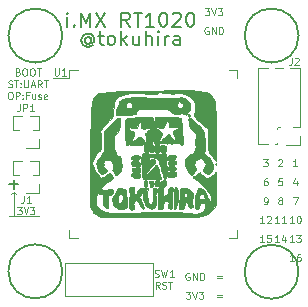
<source format=gto>
G04 #@! TF.GenerationSoftware,KiCad,Pcbnew,(5.1.5-0-10_14)*
G04 #@! TF.CreationDate,2020-04-16T01:51:47+09:00*
G04 #@! TF.ProjectId,imxrt1020-breakout,696d7872-7431-4303-9230-2d627265616b,rev?*
G04 #@! TF.SameCoordinates,Original*
G04 #@! TF.FileFunction,Legend,Top*
G04 #@! TF.FilePolarity,Positive*
%FSLAX46Y46*%
G04 Gerber Fmt 4.6, Leading zero omitted, Abs format (unit mm)*
G04 Created by KiCad (PCBNEW (5.1.5-0-10_14)) date 2020-04-16 01:51:47*
%MOMM*%
%LPD*%
G04 APERTURE LIST*
%ADD10C,0.100000*%
%ADD11C,0.150000*%
%ADD12C,0.200000*%
%ADD13C,0.120000*%
%ADD14C,0.010000*%
G04 APERTURE END LIST*
D10*
X146771428Y-108921428D02*
X146571428Y-108635714D01*
X146428571Y-108921428D02*
X146428571Y-108321428D01*
X146657142Y-108321428D01*
X146714285Y-108350000D01*
X146742857Y-108378571D01*
X146771428Y-108435714D01*
X146771428Y-108521428D01*
X146742857Y-108578571D01*
X146714285Y-108607142D01*
X146657142Y-108635714D01*
X146428571Y-108635714D01*
X147000000Y-108892857D02*
X147085714Y-108921428D01*
X147228571Y-108921428D01*
X147285714Y-108892857D01*
X147314285Y-108864285D01*
X147342857Y-108807142D01*
X147342857Y-108750000D01*
X147314285Y-108692857D01*
X147285714Y-108664285D01*
X147228571Y-108635714D01*
X147114285Y-108607142D01*
X147057142Y-108578571D01*
X147028571Y-108550000D01*
X147000000Y-108492857D01*
X147000000Y-108435714D01*
X147028571Y-108378571D01*
X147057142Y-108350000D01*
X147114285Y-108321428D01*
X147257142Y-108321428D01*
X147342857Y-108350000D01*
X147514285Y-108321428D02*
X147857142Y-108321428D01*
X147685714Y-108921428D02*
X147685714Y-108321428D01*
X134785714Y-90557142D02*
X134871428Y-90585714D01*
X134900000Y-90614285D01*
X134928571Y-90671428D01*
X134928571Y-90757142D01*
X134900000Y-90814285D01*
X134871428Y-90842857D01*
X134814285Y-90871428D01*
X134585714Y-90871428D01*
X134585714Y-90271428D01*
X134785714Y-90271428D01*
X134842857Y-90300000D01*
X134871428Y-90328571D01*
X134900000Y-90385714D01*
X134900000Y-90442857D01*
X134871428Y-90500000D01*
X134842857Y-90528571D01*
X134785714Y-90557142D01*
X134585714Y-90557142D01*
X135300000Y-90271428D02*
X135414285Y-90271428D01*
X135471428Y-90300000D01*
X135528571Y-90357142D01*
X135557142Y-90471428D01*
X135557142Y-90671428D01*
X135528571Y-90785714D01*
X135471428Y-90842857D01*
X135414285Y-90871428D01*
X135300000Y-90871428D01*
X135242857Y-90842857D01*
X135185714Y-90785714D01*
X135157142Y-90671428D01*
X135157142Y-90471428D01*
X135185714Y-90357142D01*
X135242857Y-90300000D01*
X135300000Y-90271428D01*
X135928571Y-90271428D02*
X136042857Y-90271428D01*
X136100000Y-90300000D01*
X136157142Y-90357142D01*
X136185714Y-90471428D01*
X136185714Y-90671428D01*
X136157142Y-90785714D01*
X136100000Y-90842857D01*
X136042857Y-90871428D01*
X135928571Y-90871428D01*
X135871428Y-90842857D01*
X135814285Y-90785714D01*
X135785714Y-90671428D01*
X135785714Y-90471428D01*
X135814285Y-90357142D01*
X135871428Y-90300000D01*
X135928571Y-90271428D01*
X136357142Y-90271428D02*
X136700000Y-90271428D01*
X136528571Y-90871428D02*
X136528571Y-90271428D01*
X133957142Y-91842857D02*
X134042857Y-91871428D01*
X134185714Y-91871428D01*
X134242857Y-91842857D01*
X134271428Y-91814285D01*
X134300000Y-91757142D01*
X134300000Y-91700000D01*
X134271428Y-91642857D01*
X134242857Y-91614285D01*
X134185714Y-91585714D01*
X134071428Y-91557142D01*
X134014285Y-91528571D01*
X133985714Y-91500000D01*
X133957142Y-91442857D01*
X133957142Y-91385714D01*
X133985714Y-91328571D01*
X134014285Y-91300000D01*
X134071428Y-91271428D01*
X134214285Y-91271428D01*
X134300000Y-91300000D01*
X134471428Y-91271428D02*
X134814285Y-91271428D01*
X134642857Y-91871428D02*
X134642857Y-91271428D01*
X135014285Y-91814285D02*
X135042857Y-91842857D01*
X135014285Y-91871428D01*
X134985714Y-91842857D01*
X135014285Y-91814285D01*
X135014285Y-91871428D01*
X135014285Y-91500000D02*
X135042857Y-91528571D01*
X135014285Y-91557142D01*
X134985714Y-91528571D01*
X135014285Y-91500000D01*
X135014285Y-91557142D01*
X135300000Y-91271428D02*
X135300000Y-91757142D01*
X135328571Y-91814285D01*
X135357142Y-91842857D01*
X135414285Y-91871428D01*
X135528571Y-91871428D01*
X135585714Y-91842857D01*
X135614285Y-91814285D01*
X135642857Y-91757142D01*
X135642857Y-91271428D01*
X135900000Y-91700000D02*
X136185714Y-91700000D01*
X135842857Y-91871428D02*
X136042857Y-91271428D01*
X136242857Y-91871428D01*
X136785714Y-91871428D02*
X136585714Y-91585714D01*
X136442857Y-91871428D02*
X136442857Y-91271428D01*
X136671428Y-91271428D01*
X136728571Y-91300000D01*
X136757142Y-91328571D01*
X136785714Y-91385714D01*
X136785714Y-91471428D01*
X136757142Y-91528571D01*
X136728571Y-91557142D01*
X136671428Y-91585714D01*
X136442857Y-91585714D01*
X136957142Y-91271428D02*
X137300000Y-91271428D01*
X137128571Y-91871428D02*
X137128571Y-91271428D01*
X134071428Y-92271428D02*
X134185714Y-92271428D01*
X134242857Y-92300000D01*
X134300000Y-92357142D01*
X134328571Y-92471428D01*
X134328571Y-92671428D01*
X134300000Y-92785714D01*
X134242857Y-92842857D01*
X134185714Y-92871428D01*
X134071428Y-92871428D01*
X134014285Y-92842857D01*
X133957142Y-92785714D01*
X133928571Y-92671428D01*
X133928571Y-92471428D01*
X133957142Y-92357142D01*
X134014285Y-92300000D01*
X134071428Y-92271428D01*
X134585714Y-92871428D02*
X134585714Y-92271428D01*
X134814285Y-92271428D01*
X134871428Y-92300000D01*
X134900000Y-92328571D01*
X134928571Y-92385714D01*
X134928571Y-92471428D01*
X134900000Y-92528571D01*
X134871428Y-92557142D01*
X134814285Y-92585714D01*
X134585714Y-92585714D01*
X135185714Y-92814285D02*
X135214285Y-92842857D01*
X135185714Y-92871428D01*
X135157142Y-92842857D01*
X135185714Y-92814285D01*
X135185714Y-92871428D01*
X135185714Y-92500000D02*
X135214285Y-92528571D01*
X135185714Y-92557142D01*
X135157142Y-92528571D01*
X135185714Y-92500000D01*
X135185714Y-92557142D01*
X135671428Y-92557142D02*
X135471428Y-92557142D01*
X135471428Y-92871428D02*
X135471428Y-92271428D01*
X135757142Y-92271428D01*
X136242857Y-92471428D02*
X136242857Y-92871428D01*
X135985714Y-92471428D02*
X135985714Y-92785714D01*
X136014285Y-92842857D01*
X136071428Y-92871428D01*
X136157142Y-92871428D01*
X136214285Y-92842857D01*
X136242857Y-92814285D01*
X136500000Y-92842857D02*
X136557142Y-92871428D01*
X136671428Y-92871428D01*
X136728571Y-92842857D01*
X136757142Y-92785714D01*
X136757142Y-92757142D01*
X136728571Y-92700000D01*
X136671428Y-92671428D01*
X136585714Y-92671428D01*
X136528571Y-92642857D01*
X136500000Y-92585714D01*
X136500000Y-92557142D01*
X136528571Y-92500000D01*
X136585714Y-92471428D01*
X136671428Y-92471428D01*
X136728571Y-92500000D01*
X137242857Y-92842857D02*
X137185714Y-92871428D01*
X137071428Y-92871428D01*
X137014285Y-92842857D01*
X136985714Y-92785714D01*
X136985714Y-92557142D01*
X137014285Y-92500000D01*
X137071428Y-92471428D01*
X137185714Y-92471428D01*
X137242857Y-92500000D01*
X137271428Y-92557142D01*
X137271428Y-92614285D01*
X136985714Y-92671428D01*
X136550000Y-102750000D02*
X134000000Y-102750000D01*
X134400000Y-100700000D02*
X134200000Y-100900000D01*
X134400000Y-100700000D02*
X134600000Y-100900000D01*
X134400000Y-100700000D02*
X134400000Y-102750000D01*
X134707142Y-102021428D02*
X135078571Y-102021428D01*
X134878571Y-102250000D01*
X134964285Y-102250000D01*
X135021428Y-102278571D01*
X135050000Y-102307142D01*
X135078571Y-102364285D01*
X135078571Y-102507142D01*
X135050000Y-102564285D01*
X135021428Y-102592857D01*
X134964285Y-102621428D01*
X134792857Y-102621428D01*
X134735714Y-102592857D01*
X134707142Y-102564285D01*
X135250000Y-102021428D02*
X135450000Y-102621428D01*
X135650000Y-102021428D01*
X135792857Y-102021428D02*
X136164285Y-102021428D01*
X135964285Y-102250000D01*
X136050000Y-102250000D01*
X136107142Y-102278571D01*
X136135714Y-102307142D01*
X136164285Y-102364285D01*
X136164285Y-102507142D01*
X136135714Y-102564285D01*
X136107142Y-102592857D01*
X136050000Y-102621428D01*
X135878571Y-102621428D01*
X135821428Y-102592857D01*
X135792857Y-102564285D01*
D11*
X134019047Y-100071428D02*
X134780952Y-100071428D01*
X134400000Y-100452380D02*
X134400000Y-99690476D01*
D12*
X140950000Y-87721428D02*
X140892857Y-87664285D01*
X140778571Y-87607142D01*
X140664285Y-87607142D01*
X140550000Y-87664285D01*
X140492857Y-87721428D01*
X140435714Y-87835714D01*
X140435714Y-87950000D01*
X140492857Y-88064285D01*
X140550000Y-88121428D01*
X140664285Y-88178571D01*
X140778571Y-88178571D01*
X140892857Y-88121428D01*
X140950000Y-88064285D01*
X140950000Y-87607142D02*
X140950000Y-88064285D01*
X141007142Y-88121428D01*
X141064285Y-88121428D01*
X141178571Y-88064285D01*
X141235714Y-87950000D01*
X141235714Y-87664285D01*
X141121428Y-87492857D01*
X140950000Y-87378571D01*
X140721428Y-87321428D01*
X140492857Y-87378571D01*
X140321428Y-87492857D01*
X140207142Y-87664285D01*
X140150000Y-87892857D01*
X140207142Y-88121428D01*
X140321428Y-88292857D01*
X140492857Y-88407142D01*
X140721428Y-88464285D01*
X140950000Y-88407142D01*
X141121428Y-88292857D01*
X141578571Y-87492857D02*
X142035714Y-87492857D01*
X141750000Y-87092857D02*
X141750000Y-88121428D01*
X141807142Y-88235714D01*
X141921428Y-88292857D01*
X142035714Y-88292857D01*
X142607142Y-88292857D02*
X142492857Y-88235714D01*
X142435714Y-88178571D01*
X142378571Y-88064285D01*
X142378571Y-87721428D01*
X142435714Y-87607142D01*
X142492857Y-87550000D01*
X142607142Y-87492857D01*
X142778571Y-87492857D01*
X142892857Y-87550000D01*
X142950000Y-87607142D01*
X143007142Y-87721428D01*
X143007142Y-88064285D01*
X142950000Y-88178571D01*
X142892857Y-88235714D01*
X142778571Y-88292857D01*
X142607142Y-88292857D01*
X143521428Y-88292857D02*
X143521428Y-87092857D01*
X143635714Y-87835714D02*
X143978571Y-88292857D01*
X143978571Y-87492857D02*
X143521428Y-87950000D01*
X145007142Y-87492857D02*
X145007142Y-88292857D01*
X144492857Y-87492857D02*
X144492857Y-88121428D01*
X144550000Y-88235714D01*
X144664285Y-88292857D01*
X144835714Y-88292857D01*
X144950000Y-88235714D01*
X145007142Y-88178571D01*
X145578571Y-88292857D02*
X145578571Y-87092857D01*
X146092857Y-88292857D02*
X146092857Y-87664285D01*
X146035714Y-87550000D01*
X145921428Y-87492857D01*
X145750000Y-87492857D01*
X145635714Y-87550000D01*
X145578571Y-87607142D01*
X146664285Y-88292857D02*
X146664285Y-87492857D01*
X146664285Y-87092857D02*
X146607142Y-87150000D01*
X146664285Y-87207142D01*
X146721428Y-87150000D01*
X146664285Y-87092857D01*
X146664285Y-87207142D01*
X147235714Y-88292857D02*
X147235714Y-87492857D01*
X147235714Y-87721428D02*
X147292857Y-87607142D01*
X147350000Y-87550000D01*
X147464285Y-87492857D01*
X147578571Y-87492857D01*
X148492857Y-88292857D02*
X148492857Y-87664285D01*
X148435714Y-87550000D01*
X148321428Y-87492857D01*
X148092857Y-87492857D01*
X147978571Y-87550000D01*
X148492857Y-88235714D02*
X148378571Y-88292857D01*
X148092857Y-88292857D01*
X147978571Y-88235714D01*
X147921428Y-88121428D01*
X147921428Y-88007142D01*
X147978571Y-87892857D01*
X148092857Y-87835714D01*
X148378571Y-87835714D01*
X148492857Y-87778571D01*
X138965714Y-86742857D02*
X138965714Y-85942857D01*
X138965714Y-85542857D02*
X138908571Y-85600000D01*
X138965714Y-85657142D01*
X139022857Y-85600000D01*
X138965714Y-85542857D01*
X138965714Y-85657142D01*
X139537142Y-86628571D02*
X139594285Y-86685714D01*
X139537142Y-86742857D01*
X139480000Y-86685714D01*
X139537142Y-86628571D01*
X139537142Y-86742857D01*
X140108571Y-86742857D02*
X140108571Y-85542857D01*
X140508571Y-86400000D01*
X140908571Y-85542857D01*
X140908571Y-86742857D01*
X141365714Y-85542857D02*
X142165714Y-86742857D01*
X142165714Y-85542857D02*
X141365714Y-86742857D01*
X144222857Y-86742857D02*
X143822857Y-86171428D01*
X143537142Y-86742857D02*
X143537142Y-85542857D01*
X143994285Y-85542857D01*
X144108571Y-85600000D01*
X144165714Y-85657142D01*
X144222857Y-85771428D01*
X144222857Y-85942857D01*
X144165714Y-86057142D01*
X144108571Y-86114285D01*
X143994285Y-86171428D01*
X143537142Y-86171428D01*
X144565714Y-85542857D02*
X145251428Y-85542857D01*
X144908571Y-86742857D02*
X144908571Y-85542857D01*
X146280000Y-86742857D02*
X145594285Y-86742857D01*
X145937142Y-86742857D02*
X145937142Y-85542857D01*
X145822857Y-85714285D01*
X145708571Y-85828571D01*
X145594285Y-85885714D01*
X147022857Y-85542857D02*
X147137142Y-85542857D01*
X147251428Y-85600000D01*
X147308571Y-85657142D01*
X147365714Y-85771428D01*
X147422857Y-86000000D01*
X147422857Y-86285714D01*
X147365714Y-86514285D01*
X147308571Y-86628571D01*
X147251428Y-86685714D01*
X147137142Y-86742857D01*
X147022857Y-86742857D01*
X146908571Y-86685714D01*
X146851428Y-86628571D01*
X146794285Y-86514285D01*
X146737142Y-86285714D01*
X146737142Y-86000000D01*
X146794285Y-85771428D01*
X146851428Y-85657142D01*
X146908571Y-85600000D01*
X147022857Y-85542857D01*
X147880000Y-85657142D02*
X147937142Y-85600000D01*
X148051428Y-85542857D01*
X148337142Y-85542857D01*
X148451428Y-85600000D01*
X148508571Y-85657142D01*
X148565714Y-85771428D01*
X148565714Y-85885714D01*
X148508571Y-86057142D01*
X147822857Y-86742857D01*
X148565714Y-86742857D01*
X149308571Y-85542857D02*
X149422857Y-85542857D01*
X149537142Y-85600000D01*
X149594285Y-85657142D01*
X149651428Y-85771428D01*
X149708571Y-86000000D01*
X149708571Y-86285714D01*
X149651428Y-86514285D01*
X149594285Y-86628571D01*
X149537142Y-86685714D01*
X149422857Y-86742857D01*
X149308571Y-86742857D01*
X149194285Y-86685714D01*
X149137142Y-86628571D01*
X149080000Y-86514285D01*
X149022857Y-86285714D01*
X149022857Y-86000000D01*
X149080000Y-85771428D01*
X149137142Y-85657142D01*
X149194285Y-85600000D01*
X149308571Y-85542857D01*
D13*
G04 #@! TO.C,SW1*
X138750000Y-109520000D02*
X138750000Y-106720000D01*
X146230000Y-109520000D02*
X138750000Y-109520000D01*
X146230000Y-106720000D02*
X146230000Y-109520000D01*
X138750000Y-106720000D02*
X146230000Y-106720000D01*
D14*
G04 #@! TO.C,G\002A\002A\002A*
G36*
X145145060Y-92705332D02*
G01*
X145492347Y-92724285D01*
X145805500Y-92746361D01*
X146147589Y-92765587D01*
X146547555Y-92777314D01*
X146978937Y-92781489D01*
X147415273Y-92778061D01*
X147830102Y-92766976D01*
X148154008Y-92750996D01*
X148416693Y-92736019D01*
X148611549Y-92731284D01*
X148755106Y-92739848D01*
X148863896Y-92764768D01*
X148954451Y-92809100D01*
X149043301Y-92875901D01*
X149100384Y-92925979D01*
X149237426Y-93095683D01*
X149317878Y-93312615D01*
X149345362Y-93540844D01*
X149345498Y-93683667D01*
X149324744Y-93774904D01*
X149273134Y-93846930D01*
X149241706Y-93877529D01*
X149165557Y-93971213D01*
X149129184Y-94061406D01*
X149128667Y-94070307D01*
X149107326Y-94150860D01*
X149037946Y-94179441D01*
X148912488Y-94157228D01*
X148802246Y-94118161D01*
X148649396Y-94069292D01*
X148560694Y-94067828D01*
X148547941Y-94075993D01*
X148516412Y-94099253D01*
X148467878Y-94111607D01*
X148384537Y-94113795D01*
X148248583Y-94106560D01*
X148094884Y-94094879D01*
X147941824Y-94076274D01*
X147837360Y-94040218D01*
X147745437Y-93971000D01*
X147694033Y-93920199D01*
X147587985Y-93820450D01*
X147485498Y-93753069D01*
X147366796Y-93712452D01*
X147212101Y-93692990D01*
X147001636Y-93689079D01*
X146885000Y-93690867D01*
X146679467Y-93693846D01*
X146418069Y-93695693D01*
X146129602Y-93696304D01*
X145842863Y-93695577D01*
X145744142Y-93694956D01*
X145047784Y-93689755D01*
X144908059Y-93825182D01*
X144823981Y-93917246D01*
X144774182Y-93992203D01*
X144768334Y-94012781D01*
X144749568Y-94087087D01*
X144686019Y-94138100D01*
X144566804Y-94169354D01*
X144381044Y-94184385D01*
X144231834Y-94187093D01*
X144000190Y-94191088D01*
X143751406Y-94200262D01*
X143529833Y-94212859D01*
X143476084Y-94216979D01*
X143313900Y-94226594D01*
X143185354Y-94227013D01*
X143112747Y-94218379D01*
X143105667Y-94214556D01*
X143088624Y-94158136D01*
X143077490Y-94045738D01*
X143075000Y-93951970D01*
X143087117Y-93791306D01*
X143129442Y-93630751D01*
X143210349Y-93439039D01*
X143884699Y-93439039D01*
X143939435Y-93546382D01*
X144006708Y-93593063D01*
X144124749Y-93639578D01*
X144225962Y-93635330D01*
X144321842Y-93598538D01*
X144409111Y-93521605D01*
X144433885Y-93414504D01*
X144423871Y-93379461D01*
X148211014Y-93379461D01*
X148281628Y-93481249D01*
X148301243Y-93501424D01*
X148432148Y-93588138D01*
X148564240Y-93594806D01*
X148670250Y-93535272D01*
X148739294Y-93426553D01*
X148728218Y-93305733D01*
X148638512Y-93183263D01*
X148617419Y-93164597D01*
X148499305Y-93080389D01*
X148410764Y-93063683D01*
X148330090Y-93114604D01*
X148285073Y-93166543D01*
X148212598Y-93283583D01*
X148211014Y-93379461D01*
X144423871Y-93379461D01*
X144400785Y-93298682D01*
X144314431Y-93195586D01*
X144223459Y-93141928D01*
X144081093Y-93117568D01*
X143967658Y-93165112D01*
X143899472Y-93277369D01*
X143897251Y-93285707D01*
X143884699Y-93439039D01*
X143210349Y-93439039D01*
X143210935Y-93437651D01*
X143223167Y-93412000D01*
X143292473Y-93262930D01*
X143344438Y-93141680D01*
X143370084Y-93069497D01*
X143371334Y-93061380D01*
X143407037Y-92996779D01*
X143496107Y-92923801D01*
X143611481Y-92860523D01*
X143724878Y-92825205D01*
X143828909Y-92808488D01*
X143986719Y-92782182D01*
X144168677Y-92751241D01*
X144218019Y-92742749D01*
X144407753Y-92716473D01*
X144616408Y-92701457D01*
X144857629Y-92697734D01*
X145145060Y-92705332D01*
G37*
X145145060Y-92705332D02*
X145492347Y-92724285D01*
X145805500Y-92746361D01*
X146147589Y-92765587D01*
X146547555Y-92777314D01*
X146978937Y-92781489D01*
X147415273Y-92778061D01*
X147830102Y-92766976D01*
X148154008Y-92750996D01*
X148416693Y-92736019D01*
X148611549Y-92731284D01*
X148755106Y-92739848D01*
X148863896Y-92764768D01*
X148954451Y-92809100D01*
X149043301Y-92875901D01*
X149100384Y-92925979D01*
X149237426Y-93095683D01*
X149317878Y-93312615D01*
X149345362Y-93540844D01*
X149345498Y-93683667D01*
X149324744Y-93774904D01*
X149273134Y-93846930D01*
X149241706Y-93877529D01*
X149165557Y-93971213D01*
X149129184Y-94061406D01*
X149128667Y-94070307D01*
X149107326Y-94150860D01*
X149037946Y-94179441D01*
X148912488Y-94157228D01*
X148802246Y-94118161D01*
X148649396Y-94069292D01*
X148560694Y-94067828D01*
X148547941Y-94075993D01*
X148516412Y-94099253D01*
X148467878Y-94111607D01*
X148384537Y-94113795D01*
X148248583Y-94106560D01*
X148094884Y-94094879D01*
X147941824Y-94076274D01*
X147837360Y-94040218D01*
X147745437Y-93971000D01*
X147694033Y-93920199D01*
X147587985Y-93820450D01*
X147485498Y-93753069D01*
X147366796Y-93712452D01*
X147212101Y-93692990D01*
X147001636Y-93689079D01*
X146885000Y-93690867D01*
X146679467Y-93693846D01*
X146418069Y-93695693D01*
X146129602Y-93696304D01*
X145842863Y-93695577D01*
X145744142Y-93694956D01*
X145047784Y-93689755D01*
X144908059Y-93825182D01*
X144823981Y-93917246D01*
X144774182Y-93992203D01*
X144768334Y-94012781D01*
X144749568Y-94087087D01*
X144686019Y-94138100D01*
X144566804Y-94169354D01*
X144381044Y-94184385D01*
X144231834Y-94187093D01*
X144000190Y-94191088D01*
X143751406Y-94200262D01*
X143529833Y-94212859D01*
X143476084Y-94216979D01*
X143313900Y-94226594D01*
X143185354Y-94227013D01*
X143112747Y-94218379D01*
X143105667Y-94214556D01*
X143088624Y-94158136D01*
X143077490Y-94045738D01*
X143075000Y-93951970D01*
X143087117Y-93791306D01*
X143129442Y-93630751D01*
X143210349Y-93439039D01*
X143884699Y-93439039D01*
X143939435Y-93546382D01*
X144006708Y-93593063D01*
X144124749Y-93639578D01*
X144225962Y-93635330D01*
X144321842Y-93598538D01*
X144409111Y-93521605D01*
X144433885Y-93414504D01*
X144423871Y-93379461D01*
X148211014Y-93379461D01*
X148281628Y-93481249D01*
X148301243Y-93501424D01*
X148432148Y-93588138D01*
X148564240Y-93594806D01*
X148670250Y-93535272D01*
X148739294Y-93426553D01*
X148728218Y-93305733D01*
X148638512Y-93183263D01*
X148617419Y-93164597D01*
X148499305Y-93080389D01*
X148410764Y-93063683D01*
X148330090Y-93114604D01*
X148285073Y-93166543D01*
X148212598Y-93283583D01*
X148211014Y-93379461D01*
X144423871Y-93379461D01*
X144400785Y-93298682D01*
X144314431Y-93195586D01*
X144223459Y-93141928D01*
X144081093Y-93117568D01*
X143967658Y-93165112D01*
X143899472Y-93277369D01*
X143897251Y-93285707D01*
X143884699Y-93439039D01*
X143210349Y-93439039D01*
X143210935Y-93437651D01*
X143223167Y-93412000D01*
X143292473Y-93262930D01*
X143344438Y-93141680D01*
X143370084Y-93069497D01*
X143371334Y-93061380D01*
X143407037Y-92996779D01*
X143496107Y-92923801D01*
X143611481Y-92860523D01*
X143724878Y-92825205D01*
X143828909Y-92808488D01*
X143986719Y-92782182D01*
X144168677Y-92751241D01*
X144218019Y-92742749D01*
X144407753Y-92716473D01*
X144616408Y-92701457D01*
X144857629Y-92697734D01*
X145145060Y-92705332D01*
G36*
X149282205Y-94164096D02*
G01*
X149285905Y-94167762D01*
X149329852Y-94242311D01*
X149308764Y-94287778D01*
X149241653Y-94285305D01*
X149194442Y-94258492D01*
X149140440Y-94201933D01*
X149158142Y-94151770D01*
X149162994Y-94146739D01*
X149217057Y-94121133D01*
X149282205Y-94164096D01*
G37*
X149282205Y-94164096D02*
X149285905Y-94167762D01*
X149329852Y-94242311D01*
X149308764Y-94287778D01*
X149241653Y-94285305D01*
X149194442Y-94258492D01*
X149140440Y-94201933D01*
X149158142Y-94151770D01*
X149162994Y-94146739D01*
X149217057Y-94121133D01*
X149282205Y-94164096D01*
G36*
X146878064Y-94365017D02*
G01*
X147094174Y-94369911D01*
X147337484Y-94377081D01*
X147592443Y-94385941D01*
X147843499Y-94395905D01*
X148075102Y-94406387D01*
X148271699Y-94416801D01*
X148417739Y-94426561D01*
X148497672Y-94435083D01*
X148504152Y-94436527D01*
X148538019Y-94450152D01*
X148564242Y-94476683D01*
X148584851Y-94527456D01*
X148601872Y-94613807D01*
X148617333Y-94747073D01*
X148633261Y-94938587D01*
X148651685Y-95199686D01*
X148658364Y-95298667D01*
X148677783Y-95558660D01*
X148700688Y-95819583D01*
X148724593Y-96055652D01*
X148747015Y-96241083D01*
X148753366Y-96284834D01*
X148777341Y-96454523D01*
X148784473Y-96562026D01*
X148773796Y-96628322D01*
X148744343Y-96674391D01*
X148734972Y-96684171D01*
X148675300Y-96730408D01*
X148622636Y-96713406D01*
X148590235Y-96686091D01*
X148508796Y-96650407D01*
X148371246Y-96623351D01*
X148205889Y-96607034D01*
X148041029Y-96603567D01*
X147904970Y-96615059D01*
X147847323Y-96630696D01*
X147756580Y-96638117D01*
X147646202Y-96610669D01*
X147537002Y-96580623D01*
X147465402Y-96603652D01*
X147463150Y-96605481D01*
X147401842Y-96632717D01*
X147379375Y-96625597D01*
X147326688Y-96613904D01*
X147214966Y-96607907D01*
X147069614Y-96607131D01*
X146916039Y-96611100D01*
X146779645Y-96619339D01*
X146685839Y-96631372D01*
X146662243Y-96639021D01*
X146663339Y-96676274D01*
X146712558Y-96723654D01*
X146780215Y-96796278D01*
X146800334Y-96854325D01*
X146807601Y-96896047D01*
X146839276Y-96869434D01*
X146858945Y-96843360D01*
X146924513Y-96789705D01*
X147030868Y-96772152D01*
X147101269Y-96774043D01*
X147246589Y-96796553D01*
X147321261Y-96850636D01*
X147337130Y-96948796D01*
X147327752Y-97013167D01*
X147301779Y-97143899D01*
X147282061Y-97243034D01*
X147253130Y-97348125D01*
X147203931Y-97398765D01*
X147107945Y-97414465D01*
X147047872Y-97415334D01*
X146930994Y-97406071D01*
X146872685Y-97370871D01*
X146854385Y-97328572D01*
X146831696Y-97241811D01*
X146750866Y-97328572D01*
X146632439Y-97402274D01*
X146498724Y-97405657D01*
X146409829Y-97362417D01*
X146343027Y-97276446D01*
X146323734Y-97224834D01*
X146307437Y-97175121D01*
X146285188Y-97194674D01*
X146257711Y-97256584D01*
X146199809Y-97344095D01*
X146105399Y-97372402D01*
X146080386Y-97373000D01*
X145984688Y-97357568D01*
X145935337Y-97320425D01*
X145935233Y-97320084D01*
X145907337Y-97237756D01*
X145886780Y-97182500D01*
X145877294Y-97161334D01*
X146800334Y-97161334D01*
X146815823Y-97196179D01*
X146828556Y-97189556D01*
X146833622Y-97139316D01*
X146828556Y-97133111D01*
X146803389Y-97138922D01*
X146800334Y-97161334D01*
X145877294Y-97161334D01*
X145860614Y-97124118D01*
X145846289Y-97145455D01*
X145837844Y-97190009D01*
X145783508Y-97307910D01*
X145682481Y-97361565D01*
X145596953Y-97356399D01*
X145528125Y-97323516D01*
X145487983Y-97252654D01*
X145464245Y-97137660D01*
X145451314Y-96981896D01*
X145454846Y-96832417D01*
X145459014Y-96799155D01*
X145465874Y-96688906D01*
X145462675Y-96685058D01*
X145629769Y-96685058D01*
X145690963Y-96695667D01*
X145691200Y-96695667D01*
X145766717Y-96720226D01*
X145784334Y-96759167D01*
X145802939Y-96816800D01*
X145850054Y-96802723D01*
X145899619Y-96741027D01*
X145925194Y-96682408D01*
X145893271Y-96650429D01*
X145820951Y-96630911D01*
X145707972Y-96624157D01*
X145644683Y-96649051D01*
X145629769Y-96685058D01*
X145462675Y-96685058D01*
X145437625Y-96654933D01*
X145380050Y-96689948D01*
X145279580Y-96739831D01*
X145119578Y-96774705D01*
X144923984Y-96793725D01*
X144716741Y-96796042D01*
X144521788Y-96780809D01*
X144363069Y-96747180D01*
X144313612Y-96727678D01*
X144200787Y-96704171D01*
X144110537Y-96731040D01*
X144018522Y-96767446D01*
X143965372Y-96780334D01*
X143938688Y-96764272D01*
X143917041Y-96710906D01*
X143899753Y-96612458D01*
X143886143Y-96461155D01*
X143875531Y-96249220D01*
X143867237Y-95968879D01*
X143860581Y-95612356D01*
X143860035Y-95575988D01*
X143857266Y-95348230D01*
X144111571Y-95348230D01*
X144131976Y-95399396D01*
X144156451Y-95427822D01*
X144233756Y-95487354D01*
X144356057Y-95556449D01*
X144432685Y-95592262D01*
X144568241Y-95666318D01*
X144634610Y-95751418D01*
X144635391Y-95863100D01*
X144574185Y-96016899D01*
X144544212Y-96073687D01*
X144471942Y-96222541D01*
X144411227Y-96375321D01*
X144399032Y-96413098D01*
X144370518Y-96515158D01*
X144372547Y-96549807D01*
X144411514Y-96530781D01*
X144443236Y-96508055D01*
X144551220Y-96431800D01*
X144641334Y-96370251D01*
X144742328Y-96294317D01*
X144858063Y-96196234D01*
X144881706Y-96174689D01*
X145011489Y-96087397D01*
X145132616Y-96079894D01*
X145252761Y-96153624D01*
X145346098Y-96262079D01*
X145473308Y-96419663D01*
X145572778Y-96508040D01*
X145623091Y-96526334D01*
X145650492Y-96489360D01*
X145654675Y-96392290D01*
X145637488Y-96255897D01*
X145600777Y-96100957D01*
X145579249Y-96033226D01*
X145537563Y-95905293D01*
X145525311Y-95826578D01*
X145543045Y-95766714D01*
X145585253Y-95703646D01*
X145676654Y-95611814D01*
X145800942Y-95524559D01*
X145831289Y-95507976D01*
X145950125Y-95438718D01*
X145991955Y-95390113D01*
X145955223Y-95360898D01*
X145838372Y-95349814D01*
X145642932Y-95355422D01*
X145475338Y-95361533D01*
X145339298Y-95360150D01*
X145257651Y-95351718D01*
X145246857Y-95347680D01*
X145220110Y-95293855D01*
X145193180Y-95181287D01*
X145174166Y-95052392D01*
X145154955Y-94902206D01*
X145134904Y-94781087D01*
X145120797Y-94723228D01*
X145083647Y-94680427D01*
X145039453Y-94712612D01*
X144993291Y-94810972D01*
X144950235Y-94966699D01*
X144934313Y-95047007D01*
X144881774Y-95341000D01*
X144737966Y-95341000D01*
X144603255Y-95330109D01*
X144446196Y-95303020D01*
X144405934Y-95293604D01*
X144273496Y-95268276D01*
X144191449Y-95276736D01*
X144153286Y-95299674D01*
X144111571Y-95348230D01*
X143857266Y-95348230D01*
X143856014Y-95245299D01*
X143856016Y-94989650D01*
X143861678Y-94799450D01*
X143874635Y-94665107D01*
X143896527Y-94577027D01*
X143928988Y-94525619D01*
X143973658Y-94501290D01*
X144032172Y-94494448D01*
X144044635Y-94494334D01*
X144121485Y-94482163D01*
X144143392Y-94470164D01*
X144200405Y-94453595D01*
X144326985Y-94438646D01*
X144508295Y-94425607D01*
X144729494Y-94414768D01*
X144975746Y-94406416D01*
X145232211Y-94400843D01*
X145484050Y-94398336D01*
X145716426Y-94399185D01*
X145914499Y-94403680D01*
X146063431Y-94412110D01*
X146148384Y-94424764D01*
X146160899Y-94430834D01*
X146183121Y-94496741D01*
X146198818Y-94635649D01*
X146207847Y-94836128D01*
X146210067Y-95086754D01*
X146205335Y-95376100D01*
X146193508Y-95692738D01*
X146179745Y-95943669D01*
X146162882Y-96192151D01*
X146146794Y-96369490D01*
X146129156Y-96489153D01*
X146107642Y-96564606D01*
X146079928Y-96609317D01*
X146062094Y-96625036D01*
X146014995Y-96666240D01*
X146032837Y-96689355D01*
X146111596Y-96708203D01*
X146219673Y-96755971D01*
X146272775Y-96852336D01*
X146294552Y-96922892D01*
X146309443Y-96927397D01*
X146326357Y-96858815D01*
X146337138Y-96801500D01*
X146348680Y-96665786D01*
X146318287Y-96577264D01*
X146305370Y-96561044D01*
X146272543Y-96478858D01*
X146251268Y-96331640D01*
X146241845Y-96138275D01*
X146244573Y-95917647D01*
X146259752Y-95688640D01*
X146287680Y-95470139D01*
X146288037Y-95468000D01*
X146310749Y-95286166D01*
X146311559Y-95275459D01*
X146461667Y-95275459D01*
X146495865Y-95330578D01*
X146585364Y-95409400D01*
X146710523Y-95496232D01*
X146810917Y-95554488D01*
X146928669Y-95638099D01*
X146969493Y-95725468D01*
X146969667Y-95732029D01*
X146951088Y-95847208D01*
X146904439Y-95998867D01*
X146843353Y-96149804D01*
X146781465Y-96262814D01*
X146769405Y-96278526D01*
X146738264Y-96341315D01*
X146781529Y-96380655D01*
X146837520Y-96395991D01*
X146876227Y-96373152D01*
X146956465Y-96311351D01*
X147006854Y-96269633D01*
X147133355Y-96164571D01*
X147281096Y-96044552D01*
X147350179Y-95989378D01*
X147540192Y-95838823D01*
X147773513Y-96098209D01*
X147885252Y-96217858D01*
X147977489Y-96308234D01*
X148034635Y-96354339D01*
X148042795Y-96357298D01*
X148069924Y-96321779D01*
X148069741Y-96231751D01*
X148047271Y-96110956D01*
X148007536Y-95983134D01*
X147955560Y-95872024D01*
X147932958Y-95838218D01*
X147864357Y-95723860D01*
X147863449Y-95636446D01*
X147935700Y-95563688D01*
X148086349Y-95493384D01*
X148232640Y-95421020D01*
X148299561Y-95351637D01*
X148292335Y-95291729D01*
X148216187Y-95247791D01*
X148076339Y-95226316D01*
X147878016Y-95233799D01*
X147877588Y-95233845D01*
X147729395Y-95246779D01*
X147642314Y-95242993D01*
X147593744Y-95218451D01*
X147565813Y-95178168D01*
X147541309Y-95076432D01*
X147546824Y-94963466D01*
X147553201Y-94862802D01*
X147523928Y-94833000D01*
X147472989Y-94798009D01*
X147440005Y-94738566D01*
X147419185Y-94701407D01*
X147392226Y-94707183D01*
X147350948Y-94765708D01*
X147287168Y-94886798D01*
X147244892Y-94972623D01*
X147084713Y-95301114D01*
X146773190Y-95272885D01*
X146623419Y-95263131D01*
X146513042Y-95263221D01*
X146462754Y-95272981D01*
X146461667Y-95275459D01*
X146311559Y-95275459D01*
X146327488Y-95065035D01*
X146334902Y-94849937D01*
X146334995Y-94833000D01*
X146339032Y-94662401D01*
X146348936Y-94522202D01*
X146362835Y-94435644D01*
X146368051Y-94422698D01*
X146426800Y-94390411D01*
X146537034Y-94368423D01*
X146589653Y-94364400D01*
X146704707Y-94362985D01*
X146878064Y-94365017D01*
G37*
X146878064Y-94365017D02*
X147094174Y-94369911D01*
X147337484Y-94377081D01*
X147592443Y-94385941D01*
X147843499Y-94395905D01*
X148075102Y-94406387D01*
X148271699Y-94416801D01*
X148417739Y-94426561D01*
X148497672Y-94435083D01*
X148504152Y-94436527D01*
X148538019Y-94450152D01*
X148564242Y-94476683D01*
X148584851Y-94527456D01*
X148601872Y-94613807D01*
X148617333Y-94747073D01*
X148633261Y-94938587D01*
X148651685Y-95199686D01*
X148658364Y-95298667D01*
X148677783Y-95558660D01*
X148700688Y-95819583D01*
X148724593Y-96055652D01*
X148747015Y-96241083D01*
X148753366Y-96284834D01*
X148777341Y-96454523D01*
X148784473Y-96562026D01*
X148773796Y-96628322D01*
X148744343Y-96674391D01*
X148734972Y-96684171D01*
X148675300Y-96730408D01*
X148622636Y-96713406D01*
X148590235Y-96686091D01*
X148508796Y-96650407D01*
X148371246Y-96623351D01*
X148205889Y-96607034D01*
X148041029Y-96603567D01*
X147904970Y-96615059D01*
X147847323Y-96630696D01*
X147756580Y-96638117D01*
X147646202Y-96610669D01*
X147537002Y-96580623D01*
X147465402Y-96603652D01*
X147463150Y-96605481D01*
X147401842Y-96632717D01*
X147379375Y-96625597D01*
X147326688Y-96613904D01*
X147214966Y-96607907D01*
X147069614Y-96607131D01*
X146916039Y-96611100D01*
X146779645Y-96619339D01*
X146685839Y-96631372D01*
X146662243Y-96639021D01*
X146663339Y-96676274D01*
X146712558Y-96723654D01*
X146780215Y-96796278D01*
X146800334Y-96854325D01*
X146807601Y-96896047D01*
X146839276Y-96869434D01*
X146858945Y-96843360D01*
X146924513Y-96789705D01*
X147030868Y-96772152D01*
X147101269Y-96774043D01*
X147246589Y-96796553D01*
X147321261Y-96850636D01*
X147337130Y-96948796D01*
X147327752Y-97013167D01*
X147301779Y-97143899D01*
X147282061Y-97243034D01*
X147253130Y-97348125D01*
X147203931Y-97398765D01*
X147107945Y-97414465D01*
X147047872Y-97415334D01*
X146930994Y-97406071D01*
X146872685Y-97370871D01*
X146854385Y-97328572D01*
X146831696Y-97241811D01*
X146750866Y-97328572D01*
X146632439Y-97402274D01*
X146498724Y-97405657D01*
X146409829Y-97362417D01*
X146343027Y-97276446D01*
X146323734Y-97224834D01*
X146307437Y-97175121D01*
X146285188Y-97194674D01*
X146257711Y-97256584D01*
X146199809Y-97344095D01*
X146105399Y-97372402D01*
X146080386Y-97373000D01*
X145984688Y-97357568D01*
X145935337Y-97320425D01*
X145935233Y-97320084D01*
X145907337Y-97237756D01*
X145886780Y-97182500D01*
X145877294Y-97161334D01*
X146800334Y-97161334D01*
X146815823Y-97196179D01*
X146828556Y-97189556D01*
X146833622Y-97139316D01*
X146828556Y-97133111D01*
X146803389Y-97138922D01*
X146800334Y-97161334D01*
X145877294Y-97161334D01*
X145860614Y-97124118D01*
X145846289Y-97145455D01*
X145837844Y-97190009D01*
X145783508Y-97307910D01*
X145682481Y-97361565D01*
X145596953Y-97356399D01*
X145528125Y-97323516D01*
X145487983Y-97252654D01*
X145464245Y-97137660D01*
X145451314Y-96981896D01*
X145454846Y-96832417D01*
X145459014Y-96799155D01*
X145465874Y-96688906D01*
X145462675Y-96685058D01*
X145629769Y-96685058D01*
X145690963Y-96695667D01*
X145691200Y-96695667D01*
X145766717Y-96720226D01*
X145784334Y-96759167D01*
X145802939Y-96816800D01*
X145850054Y-96802723D01*
X145899619Y-96741027D01*
X145925194Y-96682408D01*
X145893271Y-96650429D01*
X145820951Y-96630911D01*
X145707972Y-96624157D01*
X145644683Y-96649051D01*
X145629769Y-96685058D01*
X145462675Y-96685058D01*
X145437625Y-96654933D01*
X145380050Y-96689948D01*
X145279580Y-96739831D01*
X145119578Y-96774705D01*
X144923984Y-96793725D01*
X144716741Y-96796042D01*
X144521788Y-96780809D01*
X144363069Y-96747180D01*
X144313612Y-96727678D01*
X144200787Y-96704171D01*
X144110537Y-96731040D01*
X144018522Y-96767446D01*
X143965372Y-96780334D01*
X143938688Y-96764272D01*
X143917041Y-96710906D01*
X143899753Y-96612458D01*
X143886143Y-96461155D01*
X143875531Y-96249220D01*
X143867237Y-95968879D01*
X143860581Y-95612356D01*
X143860035Y-95575988D01*
X143857266Y-95348230D01*
X144111571Y-95348230D01*
X144131976Y-95399396D01*
X144156451Y-95427822D01*
X144233756Y-95487354D01*
X144356057Y-95556449D01*
X144432685Y-95592262D01*
X144568241Y-95666318D01*
X144634610Y-95751418D01*
X144635391Y-95863100D01*
X144574185Y-96016899D01*
X144544212Y-96073687D01*
X144471942Y-96222541D01*
X144411227Y-96375321D01*
X144399032Y-96413098D01*
X144370518Y-96515158D01*
X144372547Y-96549807D01*
X144411514Y-96530781D01*
X144443236Y-96508055D01*
X144551220Y-96431800D01*
X144641334Y-96370251D01*
X144742328Y-96294317D01*
X144858063Y-96196234D01*
X144881706Y-96174689D01*
X145011489Y-96087397D01*
X145132616Y-96079894D01*
X145252761Y-96153624D01*
X145346098Y-96262079D01*
X145473308Y-96419663D01*
X145572778Y-96508040D01*
X145623091Y-96526334D01*
X145650492Y-96489360D01*
X145654675Y-96392290D01*
X145637488Y-96255897D01*
X145600777Y-96100957D01*
X145579249Y-96033226D01*
X145537563Y-95905293D01*
X145525311Y-95826578D01*
X145543045Y-95766714D01*
X145585253Y-95703646D01*
X145676654Y-95611814D01*
X145800942Y-95524559D01*
X145831289Y-95507976D01*
X145950125Y-95438718D01*
X145991955Y-95390113D01*
X145955223Y-95360898D01*
X145838372Y-95349814D01*
X145642932Y-95355422D01*
X145475338Y-95361533D01*
X145339298Y-95360150D01*
X145257651Y-95351718D01*
X145246857Y-95347680D01*
X145220110Y-95293855D01*
X145193180Y-95181287D01*
X145174166Y-95052392D01*
X145154955Y-94902206D01*
X145134904Y-94781087D01*
X145120797Y-94723228D01*
X145083647Y-94680427D01*
X145039453Y-94712612D01*
X144993291Y-94810972D01*
X144950235Y-94966699D01*
X144934313Y-95047007D01*
X144881774Y-95341000D01*
X144737966Y-95341000D01*
X144603255Y-95330109D01*
X144446196Y-95303020D01*
X144405934Y-95293604D01*
X144273496Y-95268276D01*
X144191449Y-95276736D01*
X144153286Y-95299674D01*
X144111571Y-95348230D01*
X143857266Y-95348230D01*
X143856014Y-95245299D01*
X143856016Y-94989650D01*
X143861678Y-94799450D01*
X143874635Y-94665107D01*
X143896527Y-94577027D01*
X143928988Y-94525619D01*
X143973658Y-94501290D01*
X144032172Y-94494448D01*
X144044635Y-94494334D01*
X144121485Y-94482163D01*
X144143392Y-94470164D01*
X144200405Y-94453595D01*
X144326985Y-94438646D01*
X144508295Y-94425607D01*
X144729494Y-94414768D01*
X144975746Y-94406416D01*
X145232211Y-94400843D01*
X145484050Y-94398336D01*
X145716426Y-94399185D01*
X145914499Y-94403680D01*
X146063431Y-94412110D01*
X146148384Y-94424764D01*
X146160899Y-94430834D01*
X146183121Y-94496741D01*
X146198818Y-94635649D01*
X146207847Y-94836128D01*
X146210067Y-95086754D01*
X146205335Y-95376100D01*
X146193508Y-95692738D01*
X146179745Y-95943669D01*
X146162882Y-96192151D01*
X146146794Y-96369490D01*
X146129156Y-96489153D01*
X146107642Y-96564606D01*
X146079928Y-96609317D01*
X146062094Y-96625036D01*
X146014995Y-96666240D01*
X146032837Y-96689355D01*
X146111596Y-96708203D01*
X146219673Y-96755971D01*
X146272775Y-96852336D01*
X146294552Y-96922892D01*
X146309443Y-96927397D01*
X146326357Y-96858815D01*
X146337138Y-96801500D01*
X146348680Y-96665786D01*
X146318287Y-96577264D01*
X146305370Y-96561044D01*
X146272543Y-96478858D01*
X146251268Y-96331640D01*
X146241845Y-96138275D01*
X146244573Y-95917647D01*
X146259752Y-95688640D01*
X146287680Y-95470139D01*
X146288037Y-95468000D01*
X146310749Y-95286166D01*
X146311559Y-95275459D01*
X146461667Y-95275459D01*
X146495865Y-95330578D01*
X146585364Y-95409400D01*
X146710523Y-95496232D01*
X146810917Y-95554488D01*
X146928669Y-95638099D01*
X146969493Y-95725468D01*
X146969667Y-95732029D01*
X146951088Y-95847208D01*
X146904439Y-95998867D01*
X146843353Y-96149804D01*
X146781465Y-96262814D01*
X146769405Y-96278526D01*
X146738264Y-96341315D01*
X146781529Y-96380655D01*
X146837520Y-96395991D01*
X146876227Y-96373152D01*
X146956465Y-96311351D01*
X147006854Y-96269633D01*
X147133355Y-96164571D01*
X147281096Y-96044552D01*
X147350179Y-95989378D01*
X147540192Y-95838823D01*
X147773513Y-96098209D01*
X147885252Y-96217858D01*
X147977489Y-96308234D01*
X148034635Y-96354339D01*
X148042795Y-96357298D01*
X148069924Y-96321779D01*
X148069741Y-96231751D01*
X148047271Y-96110956D01*
X148007536Y-95983134D01*
X147955560Y-95872024D01*
X147932958Y-95838218D01*
X147864357Y-95723860D01*
X147863449Y-95636446D01*
X147935700Y-95563688D01*
X148086349Y-95493384D01*
X148232640Y-95421020D01*
X148299561Y-95351637D01*
X148292335Y-95291729D01*
X148216187Y-95247791D01*
X148076339Y-95226316D01*
X147878016Y-95233799D01*
X147877588Y-95233845D01*
X147729395Y-95246779D01*
X147642314Y-95242993D01*
X147593744Y-95218451D01*
X147565813Y-95178168D01*
X147541309Y-95076432D01*
X147546824Y-94963466D01*
X147553201Y-94862802D01*
X147523928Y-94833000D01*
X147472989Y-94798009D01*
X147440005Y-94738566D01*
X147419185Y-94701407D01*
X147392226Y-94707183D01*
X147350948Y-94765708D01*
X147287168Y-94886798D01*
X147244892Y-94972623D01*
X147084713Y-95301114D01*
X146773190Y-95272885D01*
X146623419Y-95263131D01*
X146513042Y-95263221D01*
X146462754Y-95272981D01*
X146461667Y-95275459D01*
X146311559Y-95275459D01*
X146327488Y-95065035D01*
X146334902Y-94849937D01*
X146334995Y-94833000D01*
X146339032Y-94662401D01*
X146348936Y-94522202D01*
X146362835Y-94435644D01*
X146368051Y-94422698D01*
X146426800Y-94390411D01*
X146537034Y-94368423D01*
X146589653Y-94364400D01*
X146704707Y-94362985D01*
X146878064Y-94365017D01*
G36*
X147886411Y-97582600D02*
G01*
X148011946Y-97603904D01*
X148078597Y-97639904D01*
X148112142Y-97705950D01*
X148115864Y-97719216D01*
X148114963Y-97858913D01*
X148084627Y-97920300D01*
X148038533Y-97967925D01*
X147969191Y-97994688D01*
X147854141Y-98006133D01*
X147729266Y-98008000D01*
X147435334Y-98008000D01*
X147435334Y-97836623D01*
X147443799Y-97720754D01*
X147481437Y-97656140D01*
X147561241Y-97612306D01*
X147699723Y-97581356D01*
X147870095Y-97580872D01*
X147886411Y-97582600D01*
G37*
X147886411Y-97582600D02*
X148011946Y-97603904D01*
X148078597Y-97639904D01*
X148112142Y-97705950D01*
X148115864Y-97719216D01*
X148114963Y-97858913D01*
X148084627Y-97920300D01*
X148038533Y-97967925D01*
X147969191Y-97994688D01*
X147854141Y-98006133D01*
X147729266Y-98008000D01*
X147435334Y-98008000D01*
X147435334Y-97836623D01*
X147443799Y-97720754D01*
X147481437Y-97656140D01*
X147561241Y-97612306D01*
X147699723Y-97581356D01*
X147870095Y-97580872D01*
X147886411Y-97582600D01*
G36*
X144875931Y-97635208D02*
G01*
X145015724Y-97644324D01*
X145090231Y-97660316D01*
X145118753Y-97693724D01*
X145120589Y-97755083D01*
X145119689Y-97768292D01*
X145098532Y-97884872D01*
X145044596Y-97957234D01*
X144942150Y-97994959D01*
X144775460Y-98007624D01*
X144726000Y-98008000D01*
X144545493Y-98000523D01*
X144434435Y-97976306D01*
X144386293Y-97943247D01*
X144354164Y-97868093D01*
X144379670Y-97775081D01*
X144435220Y-97697614D01*
X144526192Y-97651465D01*
X144668395Y-97632177D01*
X144875931Y-97635208D01*
G37*
X144875931Y-97635208D02*
X145015724Y-97644324D01*
X145090231Y-97660316D01*
X145118753Y-97693724D01*
X145120589Y-97755083D01*
X145119689Y-97768292D01*
X145098532Y-97884872D01*
X145044596Y-97957234D01*
X144942150Y-97994959D01*
X144775460Y-98007624D01*
X144726000Y-98008000D01*
X144545493Y-98000523D01*
X144434435Y-97976306D01*
X144386293Y-97943247D01*
X144354164Y-97868093D01*
X144379670Y-97775081D01*
X144435220Y-97697614D01*
X144526192Y-97651465D01*
X144668395Y-97632177D01*
X144875931Y-97635208D01*
G36*
X151573490Y-98298228D02*
G01*
X151584000Y-98367834D01*
X151569509Y-98447391D01*
X151541667Y-98473667D01*
X151509844Y-98437439D01*
X151499334Y-98367834D01*
X151513825Y-98288276D01*
X151541667Y-98262000D01*
X151573490Y-98298228D01*
G37*
X151573490Y-98298228D02*
X151584000Y-98367834D01*
X151569509Y-98447391D01*
X151541667Y-98473667D01*
X151509844Y-98437439D01*
X151499334Y-98367834D01*
X151513825Y-98288276D01*
X151541667Y-98262000D01*
X151573490Y-98298228D01*
G36*
X144486951Y-98121215D02*
G01*
X144610948Y-98125193D01*
X144744143Y-98128650D01*
X144939719Y-98145223D01*
X145063982Y-98189521D01*
X145128030Y-98269862D01*
X145142961Y-98394561D01*
X145140992Y-98426016D01*
X145132398Y-98502692D01*
X145111517Y-98550942D01*
X145062480Y-98575957D01*
X144969419Y-98582930D01*
X144816468Y-98577054D01*
X144700408Y-98570186D01*
X144549900Y-98556180D01*
X144460314Y-98531187D01*
X144407942Y-98486601D01*
X144390016Y-98457513D01*
X144358085Y-98356878D01*
X144352972Y-98247157D01*
X144372160Y-98157764D01*
X144413129Y-98118112D01*
X144419084Y-98118067D01*
X144486951Y-98121215D01*
G37*
X144486951Y-98121215D02*
X144610948Y-98125193D01*
X144744143Y-98128650D01*
X144939719Y-98145223D01*
X145063982Y-98189521D01*
X145128030Y-98269862D01*
X145142961Y-98394561D01*
X145140992Y-98426016D01*
X145132398Y-98502692D01*
X145111517Y-98550942D01*
X145062480Y-98575957D01*
X144969419Y-98582930D01*
X144816468Y-98577054D01*
X144700408Y-98570186D01*
X144549900Y-98556180D01*
X144460314Y-98531187D01*
X144407942Y-98486601D01*
X144390016Y-98457513D01*
X144358085Y-98356878D01*
X144352972Y-98247157D01*
X144372160Y-98157764D01*
X144413129Y-98118112D01*
X144419084Y-98118067D01*
X144486951Y-98121215D01*
G36*
X147887717Y-98077108D02*
G01*
X147918705Y-98080124D01*
X148057881Y-98099247D01*
X148134790Y-98127010D01*
X148171807Y-98174045D01*
X148181592Y-98205045D01*
X148177092Y-98324230D01*
X148103687Y-98403944D01*
X147980483Y-98431334D01*
X147883821Y-98443388D01*
X147866181Y-98473890D01*
X147926320Y-98514346D01*
X147996250Y-98538996D01*
X148106128Y-98594620D01*
X148148001Y-98679633D01*
X148149738Y-98759761D01*
X148117635Y-98812344D01*
X148036825Y-98846156D01*
X147892437Y-98869973D01*
X147810128Y-98879017D01*
X147657672Y-98892091D01*
X147567056Y-98889679D01*
X147516247Y-98867853D01*
X147483212Y-98822683D01*
X147482039Y-98820503D01*
X147460930Y-98723977D01*
X147477955Y-98618933D01*
X147523330Y-98538676D01*
X147571869Y-98514713D01*
X147587743Y-98498207D01*
X147551750Y-98470276D01*
X147492295Y-98388060D01*
X147477667Y-98280015D01*
X147498255Y-98168538D01*
X147566738Y-98100606D01*
X147693199Y-98071653D01*
X147887717Y-98077108D01*
G37*
X147887717Y-98077108D02*
X147918705Y-98080124D01*
X148057881Y-98099247D01*
X148134790Y-98127010D01*
X148171807Y-98174045D01*
X148181592Y-98205045D01*
X148177092Y-98324230D01*
X148103687Y-98403944D01*
X147980483Y-98431334D01*
X147883821Y-98443388D01*
X147866181Y-98473890D01*
X147926320Y-98514346D01*
X147996250Y-98538996D01*
X148106128Y-98594620D01*
X148148001Y-98679633D01*
X148149738Y-98759761D01*
X148117635Y-98812344D01*
X148036825Y-98846156D01*
X147892437Y-98869973D01*
X147810128Y-98879017D01*
X147657672Y-98892091D01*
X147567056Y-98889679D01*
X147516247Y-98867853D01*
X147483212Y-98822683D01*
X147482039Y-98820503D01*
X147460930Y-98723977D01*
X147477955Y-98618933D01*
X147523330Y-98538676D01*
X147571869Y-98514713D01*
X147587743Y-98498207D01*
X147551750Y-98470276D01*
X147492295Y-98388060D01*
X147477667Y-98280015D01*
X147498255Y-98168538D01*
X147566738Y-98100606D01*
X147693199Y-98071653D01*
X147887717Y-98077108D01*
G36*
X144704834Y-98677659D02*
G01*
X144903020Y-98688796D01*
X145031545Y-98705018D01*
X145105401Y-98733055D01*
X145139576Y-98779636D01*
X145149061Y-98851490D01*
X145149334Y-98877197D01*
X145125782Y-99004743D01*
X145067450Y-99064844D01*
X144997073Y-99097695D01*
X144972200Y-99103638D01*
X144926671Y-99094038D01*
X144823225Y-99074545D01*
X144726000Y-99056887D01*
X144552095Y-99017920D01*
X144448509Y-98970083D01*
X144400934Y-98902017D01*
X144395059Y-98802364D01*
X144395755Y-98794773D01*
X144408500Y-98664167D01*
X144704834Y-98677659D01*
G37*
X144704834Y-98677659D02*
X144903020Y-98688796D01*
X145031545Y-98705018D01*
X145105401Y-98733055D01*
X145139576Y-98779636D01*
X145149061Y-98851490D01*
X145149334Y-98877197D01*
X145125782Y-99004743D01*
X145067450Y-99064844D01*
X144997073Y-99097695D01*
X144972200Y-99103638D01*
X144926671Y-99094038D01*
X144823225Y-99074545D01*
X144726000Y-99056887D01*
X144552095Y-99017920D01*
X144448509Y-98970083D01*
X144400934Y-98902017D01*
X144395059Y-98802364D01*
X144395755Y-98794773D01*
X144408500Y-98664167D01*
X144704834Y-98677659D01*
G36*
X149271154Y-94393322D02*
G01*
X149354790Y-94459397D01*
X149471685Y-94560759D01*
X149557490Y-94638848D01*
X149701808Y-94768994D01*
X149835187Y-94883175D01*
X149937620Y-94964527D01*
X149971846Y-94988153D01*
X150055330Y-95054553D01*
X150166928Y-95162890D01*
X150276396Y-95282814D01*
X150363342Y-95387489D01*
X150422832Y-95474885D01*
X150463583Y-95567586D01*
X150494314Y-95688180D01*
X150523740Y-95859253D01*
X150539903Y-95965542D01*
X150575245Y-96258682D01*
X150590163Y-96549103D01*
X150586202Y-96874249D01*
X150581772Y-96979760D01*
X150555364Y-97539019D01*
X150692851Y-97614760D01*
X150879315Y-97729788D01*
X150994583Y-97829177D01*
X151033667Y-97908064D01*
X151057952Y-97979732D01*
X151118525Y-98081087D01*
X151141784Y-98113065D01*
X151202445Y-98206900D01*
X151236011Y-98307335D01*
X151250247Y-98444830D01*
X151252659Y-98547845D01*
X151249351Y-98754953D01*
X151229720Y-98897135D01*
X151186152Y-98993679D01*
X151111031Y-99063878D01*
X151030660Y-99110201D01*
X150858216Y-99167805D01*
X150696002Y-99151145D01*
X150524063Y-99057948D01*
X150515084Y-99051407D01*
X150430042Y-98972975D01*
X150407091Y-98895698D01*
X150447774Y-98801487D01*
X150546834Y-98679759D01*
X150653575Y-98532389D01*
X150687578Y-98397989D01*
X150646776Y-98265191D01*
X150529101Y-98122629D01*
X150429532Y-98034849D01*
X150242557Y-97881637D01*
X150028987Y-97945060D01*
X149888317Y-97997240D01*
X149802590Y-98062473D01*
X149747209Y-98152223D01*
X149687203Y-98331810D01*
X149698667Y-98476556D01*
X149782618Y-98598573D01*
X149784834Y-98600667D01*
X149857114Y-98684283D01*
X149890416Y-98753795D01*
X149890667Y-98758029D01*
X149865212Y-98822879D01*
X149800216Y-98927902D01*
X149712732Y-99050300D01*
X149619813Y-99167273D01*
X149538511Y-99256024D01*
X149491014Y-99292344D01*
X149427839Y-99278377D01*
X149344888Y-99216142D01*
X149329881Y-99200723D01*
X149260779Y-99108094D01*
X149173556Y-98966283D01*
X149085152Y-98803170D01*
X149070401Y-98773658D01*
X148989022Y-98597130D01*
X148946370Y-98470096D01*
X148936196Y-98370322D01*
X148942346Y-98318111D01*
X148946874Y-98190863D01*
X148918861Y-98116075D01*
X148891032Y-98036570D01*
X148913560Y-97972096D01*
X148985444Y-97877928D01*
X149102565Y-97763102D01*
X149241487Y-97646754D01*
X149378777Y-97548019D01*
X149491001Y-97486033D01*
X149520554Y-97476442D01*
X149615027Y-97435273D01*
X149662793Y-97379592D01*
X149695194Y-97296966D01*
X149748831Y-97183375D01*
X149760106Y-97161334D01*
X149801297Y-97064580D01*
X149817952Y-96963616D01*
X149812937Y-96827888D01*
X149801334Y-96722050D01*
X149788259Y-96419503D01*
X149831601Y-96148769D01*
X149851655Y-96081834D01*
X149854731Y-95969172D01*
X149816465Y-95832934D01*
X149751327Y-95713209D01*
X149700277Y-95662465D01*
X149620159Y-95592526D01*
X149517008Y-95479643D01*
X149431740Y-95372597D01*
X149318874Y-95196862D01*
X149256635Y-95029786D01*
X149236364Y-94917667D01*
X149219006Y-94741571D01*
X149212393Y-94577804D01*
X149216589Y-94449118D01*
X149231660Y-94378261D01*
X149234826Y-94374063D01*
X149271154Y-94393322D01*
G37*
X149271154Y-94393322D02*
X149354790Y-94459397D01*
X149471685Y-94560759D01*
X149557490Y-94638848D01*
X149701808Y-94768994D01*
X149835187Y-94883175D01*
X149937620Y-94964527D01*
X149971846Y-94988153D01*
X150055330Y-95054553D01*
X150166928Y-95162890D01*
X150276396Y-95282814D01*
X150363342Y-95387489D01*
X150422832Y-95474885D01*
X150463583Y-95567586D01*
X150494314Y-95688180D01*
X150523740Y-95859253D01*
X150539903Y-95965542D01*
X150575245Y-96258682D01*
X150590163Y-96549103D01*
X150586202Y-96874249D01*
X150581772Y-96979760D01*
X150555364Y-97539019D01*
X150692851Y-97614760D01*
X150879315Y-97729788D01*
X150994583Y-97829177D01*
X151033667Y-97908064D01*
X151057952Y-97979732D01*
X151118525Y-98081087D01*
X151141784Y-98113065D01*
X151202445Y-98206900D01*
X151236011Y-98307335D01*
X151250247Y-98444830D01*
X151252659Y-98547845D01*
X151249351Y-98754953D01*
X151229720Y-98897135D01*
X151186152Y-98993679D01*
X151111031Y-99063878D01*
X151030660Y-99110201D01*
X150858216Y-99167805D01*
X150696002Y-99151145D01*
X150524063Y-99057948D01*
X150515084Y-99051407D01*
X150430042Y-98972975D01*
X150407091Y-98895698D01*
X150447774Y-98801487D01*
X150546834Y-98679759D01*
X150653575Y-98532389D01*
X150687578Y-98397989D01*
X150646776Y-98265191D01*
X150529101Y-98122629D01*
X150429532Y-98034849D01*
X150242557Y-97881637D01*
X150028987Y-97945060D01*
X149888317Y-97997240D01*
X149802590Y-98062473D01*
X149747209Y-98152223D01*
X149687203Y-98331810D01*
X149698667Y-98476556D01*
X149782618Y-98598573D01*
X149784834Y-98600667D01*
X149857114Y-98684283D01*
X149890416Y-98753795D01*
X149890667Y-98758029D01*
X149865212Y-98822879D01*
X149800216Y-98927902D01*
X149712732Y-99050300D01*
X149619813Y-99167273D01*
X149538511Y-99256024D01*
X149491014Y-99292344D01*
X149427839Y-99278377D01*
X149344888Y-99216142D01*
X149329881Y-99200723D01*
X149260779Y-99108094D01*
X149173556Y-98966283D01*
X149085152Y-98803170D01*
X149070401Y-98773658D01*
X148989022Y-98597130D01*
X148946370Y-98470096D01*
X148936196Y-98370322D01*
X148942346Y-98318111D01*
X148946874Y-98190863D01*
X148918861Y-98116075D01*
X148891032Y-98036570D01*
X148913560Y-97972096D01*
X148985444Y-97877928D01*
X149102565Y-97763102D01*
X149241487Y-97646754D01*
X149378777Y-97548019D01*
X149491001Y-97486033D01*
X149520554Y-97476442D01*
X149615027Y-97435273D01*
X149662793Y-97379592D01*
X149695194Y-97296966D01*
X149748831Y-97183375D01*
X149760106Y-97161334D01*
X149801297Y-97064580D01*
X149817952Y-96963616D01*
X149812937Y-96827888D01*
X149801334Y-96722050D01*
X149788259Y-96419503D01*
X149831601Y-96148769D01*
X149851655Y-96081834D01*
X149854731Y-95969172D01*
X149816465Y-95832934D01*
X149751327Y-95713209D01*
X149700277Y-95662465D01*
X149620159Y-95592526D01*
X149517008Y-95479643D01*
X149431740Y-95372597D01*
X149318874Y-95196862D01*
X149256635Y-95029786D01*
X149236364Y-94917667D01*
X149219006Y-94741571D01*
X149212393Y-94577804D01*
X149216589Y-94449118D01*
X149231660Y-94378261D01*
X149234826Y-94374063D01*
X149271154Y-94393322D01*
G36*
X143372197Y-94454210D02*
G01*
X143398800Y-94497175D01*
X143408714Y-94584714D01*
X143405615Y-94730081D01*
X143393176Y-94946526D01*
X143392997Y-94949417D01*
X143362176Y-95446834D01*
X143140492Y-95700834D01*
X142918807Y-95954834D01*
X142890379Y-96396063D01*
X142880130Y-96744911D01*
X142900843Y-97026771D01*
X142954983Y-97254378D01*
X143045012Y-97440472D01*
X143109381Y-97528140D01*
X143200147Y-97622506D01*
X143277184Y-97677421D01*
X143310629Y-97683570D01*
X143378458Y-97697100D01*
X143438472Y-97786069D01*
X143488182Y-97941419D01*
X143525098Y-98154089D01*
X143546731Y-98415020D01*
X143551006Y-98558334D01*
X143533635Y-98701988D01*
X143485368Y-98863827D01*
X143417176Y-99019493D01*
X143340028Y-99144628D01*
X143264894Y-99214874D01*
X143253196Y-99219579D01*
X143150916Y-99259666D01*
X143108713Y-99280223D01*
X143030580Y-99291590D01*
X143002891Y-99266550D01*
X142884623Y-99077454D01*
X142811777Y-98940439D01*
X142779179Y-98839702D01*
X142781651Y-98759441D01*
X142812738Y-98686068D01*
X142850453Y-98601447D01*
X142854635Y-98514327D01*
X142826569Y-98387798D01*
X142823513Y-98376810D01*
X142774289Y-98243889D01*
X142714348Y-98137871D01*
X142690810Y-98110946D01*
X142581510Y-98054061D01*
X142428864Y-98021494D01*
X142271837Y-98017737D01*
X142149395Y-98047285D01*
X142147478Y-98048294D01*
X142052977Y-98133692D01*
X142006020Y-98246167D01*
X142019688Y-98350765D01*
X142029989Y-98430289D01*
X142013512Y-98459888D01*
X142014725Y-98517096D01*
X142081596Y-98621972D01*
X142142493Y-98695120D01*
X142232898Y-98804315D01*
X142294719Y-98891402D01*
X142313000Y-98931205D01*
X142278097Y-98975476D01*
X142189915Y-99038887D01*
X142073245Y-99107811D01*
X141952879Y-99168625D01*
X141853609Y-99207705D01*
X141801478Y-99212323D01*
X141732730Y-99139228D01*
X141650385Y-99005730D01*
X141565434Y-98832447D01*
X141488866Y-98639994D01*
X141475409Y-98600667D01*
X141427588Y-98446306D01*
X141407951Y-98340397D01*
X141414170Y-98252415D01*
X141441676Y-98158300D01*
X141505463Y-98032865D01*
X141606649Y-97892115D01*
X141678279Y-97812523D01*
X141822735Y-97656926D01*
X141925530Y-97512455D01*
X142013717Y-97340769D01*
X142018280Y-97330667D01*
X142035991Y-97248087D01*
X142051069Y-97090667D01*
X142062930Y-96868207D01*
X142070993Y-96590507D01*
X142073824Y-96395527D01*
X142081786Y-95566220D01*
X142641204Y-95011124D01*
X142820871Y-94835225D01*
X142982442Y-94681518D01*
X143115512Y-94559545D01*
X143209675Y-94478847D01*
X143254228Y-94448998D01*
X143325232Y-94442569D01*
X143372197Y-94454210D01*
G37*
X143372197Y-94454210D02*
X143398800Y-94497175D01*
X143408714Y-94584714D01*
X143405615Y-94730081D01*
X143393176Y-94946526D01*
X143392997Y-94949417D01*
X143362176Y-95446834D01*
X143140492Y-95700834D01*
X142918807Y-95954834D01*
X142890379Y-96396063D01*
X142880130Y-96744911D01*
X142900843Y-97026771D01*
X142954983Y-97254378D01*
X143045012Y-97440472D01*
X143109381Y-97528140D01*
X143200147Y-97622506D01*
X143277184Y-97677421D01*
X143310629Y-97683570D01*
X143378458Y-97697100D01*
X143438472Y-97786069D01*
X143488182Y-97941419D01*
X143525098Y-98154089D01*
X143546731Y-98415020D01*
X143551006Y-98558334D01*
X143533635Y-98701988D01*
X143485368Y-98863827D01*
X143417176Y-99019493D01*
X143340028Y-99144628D01*
X143264894Y-99214874D01*
X143253196Y-99219579D01*
X143150916Y-99259666D01*
X143108713Y-99280223D01*
X143030580Y-99291590D01*
X143002891Y-99266550D01*
X142884623Y-99077454D01*
X142811777Y-98940439D01*
X142779179Y-98839702D01*
X142781651Y-98759441D01*
X142812738Y-98686068D01*
X142850453Y-98601447D01*
X142854635Y-98514327D01*
X142826569Y-98387798D01*
X142823513Y-98376810D01*
X142774289Y-98243889D01*
X142714348Y-98137871D01*
X142690810Y-98110946D01*
X142581510Y-98054061D01*
X142428864Y-98021494D01*
X142271837Y-98017737D01*
X142149395Y-98047285D01*
X142147478Y-98048294D01*
X142052977Y-98133692D01*
X142006020Y-98246167D01*
X142019688Y-98350765D01*
X142029989Y-98430289D01*
X142013512Y-98459888D01*
X142014725Y-98517096D01*
X142081596Y-98621972D01*
X142142493Y-98695120D01*
X142232898Y-98804315D01*
X142294719Y-98891402D01*
X142313000Y-98931205D01*
X142278097Y-98975476D01*
X142189915Y-99038887D01*
X142073245Y-99107811D01*
X141952879Y-99168625D01*
X141853609Y-99207705D01*
X141801478Y-99212323D01*
X141732730Y-99139228D01*
X141650385Y-99005730D01*
X141565434Y-98832447D01*
X141488866Y-98639994D01*
X141475409Y-98600667D01*
X141427588Y-98446306D01*
X141407951Y-98340397D01*
X141414170Y-98252415D01*
X141441676Y-98158300D01*
X141505463Y-98032865D01*
X141606649Y-97892115D01*
X141678279Y-97812523D01*
X141822735Y-97656926D01*
X141925530Y-97512455D01*
X142013717Y-97340769D01*
X142018280Y-97330667D01*
X142035991Y-97248087D01*
X142051069Y-97090667D01*
X142062930Y-96868207D01*
X142070993Y-96590507D01*
X142073824Y-96395527D01*
X142081786Y-95566220D01*
X142641204Y-95011124D01*
X142820871Y-94835225D01*
X142982442Y-94681518D01*
X143115512Y-94559545D01*
X143209675Y-94478847D01*
X143254228Y-94448998D01*
X143325232Y-94442569D01*
X143372197Y-94454210D01*
G36*
X147982573Y-98990716D02*
G01*
X148106902Y-99016556D01*
X148173979Y-99073848D01*
X148196401Y-99168693D01*
X148196685Y-99187934D01*
X148185718Y-99290388D01*
X148143682Y-99356811D01*
X148054709Y-99397611D01*
X147902930Y-99423200D01*
X147826074Y-99431045D01*
X147663027Y-99443120D01*
X147565400Y-99440461D01*
X147514903Y-99421026D01*
X147496982Y-99394274D01*
X147483888Y-99310846D01*
X147483813Y-99189267D01*
X147485429Y-99166035D01*
X147498834Y-99002834D01*
X147788394Y-98990229D01*
X147982573Y-98990716D01*
G37*
X147982573Y-98990716D02*
X148106902Y-99016556D01*
X148173979Y-99073848D01*
X148196401Y-99168693D01*
X148196685Y-99187934D01*
X148185718Y-99290388D01*
X148143682Y-99356811D01*
X148054709Y-99397611D01*
X147902930Y-99423200D01*
X147826074Y-99431045D01*
X147663027Y-99443120D01*
X147565400Y-99440461D01*
X147514903Y-99421026D01*
X147496982Y-99394274D01*
X147483888Y-99310846D01*
X147483813Y-99189267D01*
X147485429Y-99166035D01*
X147498834Y-99002834D01*
X147788394Y-98990229D01*
X147982573Y-98990716D01*
G36*
X144754976Y-99151857D02*
G01*
X144780644Y-99154928D01*
X144957879Y-99179253D01*
X145067065Y-99204018D01*
X145124479Y-99237279D01*
X145146396Y-99287094D01*
X145149334Y-99337437D01*
X145114022Y-99454976D01*
X145017103Y-99530455D01*
X144872106Y-99560847D01*
X144692557Y-99543125D01*
X144507197Y-99481153D01*
X144396911Y-99418989D01*
X144350438Y-99350217D01*
X144345000Y-99302726D01*
X144365411Y-99211254D01*
X144433593Y-99157976D01*
X144559973Y-99139356D01*
X144754976Y-99151857D01*
G37*
X144754976Y-99151857D02*
X144780644Y-99154928D01*
X144957879Y-99179253D01*
X145067065Y-99204018D01*
X145124479Y-99237279D01*
X145146396Y-99287094D01*
X145149334Y-99337437D01*
X145114022Y-99454976D01*
X145017103Y-99530455D01*
X144872106Y-99560847D01*
X144692557Y-99543125D01*
X144507197Y-99481153D01*
X144396911Y-99418989D01*
X144350438Y-99350217D01*
X144345000Y-99302726D01*
X144365411Y-99211254D01*
X144433593Y-99157976D01*
X144559973Y-99139356D01*
X144754976Y-99151857D01*
G36*
X146309110Y-97476640D02*
G01*
X146585764Y-97481843D01*
X146834755Y-97488764D01*
X147043341Y-97496865D01*
X147198780Y-97505611D01*
X147288330Y-97514464D01*
X147304083Y-97518540D01*
X147326387Y-97574037D01*
X147341045Y-97698731D01*
X147346431Y-97877369D01*
X147346284Y-97914894D01*
X147346710Y-98108753D01*
X147350331Y-98353839D01*
X147356525Y-98616797D01*
X147363494Y-98833500D01*
X147368330Y-99129779D01*
X147356896Y-99349464D01*
X147327815Y-99499305D01*
X147279712Y-99586054D01*
X147211212Y-99616463D01*
X147203911Y-99616667D01*
X147150149Y-99604293D01*
X147111600Y-99555091D01*
X147078034Y-99450944D01*
X147056110Y-99354912D01*
X147021401Y-99214914D01*
X146971189Y-99038085D01*
X146927326Y-98897000D01*
X146862488Y-98697363D01*
X146791402Y-98477312D01*
X146749405Y-98346667D01*
X146679353Y-98145738D01*
X146613553Y-98010292D01*
X146538323Y-97923064D01*
X146439981Y-97866791D01*
X146343702Y-97834762D01*
X146124715Y-97792939D01*
X145967505Y-97808731D01*
X145880940Y-97869128D01*
X145848315Y-97948380D01*
X145882197Y-97992164D01*
X145951641Y-97987476D01*
X146085070Y-97961546D01*
X146222115Y-97959660D01*
X146332091Y-97980092D01*
X146380110Y-98011583D01*
X146412276Y-98086193D01*
X146402290Y-98161982D01*
X146342899Y-98257756D01*
X146237889Y-98380230D01*
X146123809Y-98509287D01*
X145996603Y-98659148D01*
X145867980Y-98815235D01*
X145749645Y-98962970D01*
X145653307Y-99087773D01*
X145590671Y-99175065D01*
X145572667Y-99208629D01*
X145598730Y-99240839D01*
X145669250Y-99219188D01*
X145772728Y-99153353D01*
X145897662Y-99053012D01*
X146032551Y-98927842D01*
X146165893Y-98787520D01*
X146286188Y-98641722D01*
X146345536Y-98558334D01*
X146415884Y-98464624D01*
X146475061Y-98420578D01*
X146527425Y-98432012D01*
X146577335Y-98504747D01*
X146629150Y-98644600D01*
X146687228Y-98857391D01*
X146741921Y-99087500D01*
X146784653Y-99245876D01*
X146831765Y-99378007D01*
X146873170Y-99455674D01*
X146873748Y-99456340D01*
X146914150Y-99541422D01*
X146911246Y-99597530D01*
X146886829Y-99631547D01*
X146834773Y-99647999D01*
X146736883Y-99648755D01*
X146574964Y-99635683D01*
X146556861Y-99633915D01*
X146391836Y-99619245D01*
X146255066Y-99609951D01*
X146172287Y-99607726D01*
X146165334Y-99608183D01*
X146081206Y-99618057D01*
X145962785Y-99633155D01*
X145953667Y-99634358D01*
X145819114Y-99638128D01*
X145701168Y-99619908D01*
X145699667Y-99619424D01*
X145582615Y-99599560D01*
X145504669Y-99603836D01*
X145405295Y-99591007D01*
X145345919Y-99553205D01*
X145300290Y-99488585D01*
X145275183Y-99397008D01*
X145269507Y-99263138D01*
X145282170Y-99071639D01*
X145299938Y-98907135D01*
X145303936Y-98775579D01*
X145287819Y-98669351D01*
X145279580Y-98649066D01*
X145261274Y-98575676D01*
X145244917Y-98439382D01*
X145232666Y-98261945D01*
X145227704Y-98125573D01*
X145225557Y-97909592D01*
X145232233Y-97759690D01*
X145249739Y-97657555D01*
X145280084Y-97584873D01*
X145288495Y-97571303D01*
X145359574Y-97462822D01*
X146309110Y-97476640D01*
G37*
X146309110Y-97476640D02*
X146585764Y-97481843D01*
X146834755Y-97488764D01*
X147043341Y-97496865D01*
X147198780Y-97505611D01*
X147288330Y-97514464D01*
X147304083Y-97518540D01*
X147326387Y-97574037D01*
X147341045Y-97698731D01*
X147346431Y-97877369D01*
X147346284Y-97914894D01*
X147346710Y-98108753D01*
X147350331Y-98353839D01*
X147356525Y-98616797D01*
X147363494Y-98833500D01*
X147368330Y-99129779D01*
X147356896Y-99349464D01*
X147327815Y-99499305D01*
X147279712Y-99586054D01*
X147211212Y-99616463D01*
X147203911Y-99616667D01*
X147150149Y-99604293D01*
X147111600Y-99555091D01*
X147078034Y-99450944D01*
X147056110Y-99354912D01*
X147021401Y-99214914D01*
X146971189Y-99038085D01*
X146927326Y-98897000D01*
X146862488Y-98697363D01*
X146791402Y-98477312D01*
X146749405Y-98346667D01*
X146679353Y-98145738D01*
X146613553Y-98010292D01*
X146538323Y-97923064D01*
X146439981Y-97866791D01*
X146343702Y-97834762D01*
X146124715Y-97792939D01*
X145967505Y-97808731D01*
X145880940Y-97869128D01*
X145848315Y-97948380D01*
X145882197Y-97992164D01*
X145951641Y-97987476D01*
X146085070Y-97961546D01*
X146222115Y-97959660D01*
X146332091Y-97980092D01*
X146380110Y-98011583D01*
X146412276Y-98086193D01*
X146402290Y-98161982D01*
X146342899Y-98257756D01*
X146237889Y-98380230D01*
X146123809Y-98509287D01*
X145996603Y-98659148D01*
X145867980Y-98815235D01*
X145749645Y-98962970D01*
X145653307Y-99087773D01*
X145590671Y-99175065D01*
X145572667Y-99208629D01*
X145598730Y-99240839D01*
X145669250Y-99219188D01*
X145772728Y-99153353D01*
X145897662Y-99053012D01*
X146032551Y-98927842D01*
X146165893Y-98787520D01*
X146286188Y-98641722D01*
X146345536Y-98558334D01*
X146415884Y-98464624D01*
X146475061Y-98420578D01*
X146527425Y-98432012D01*
X146577335Y-98504747D01*
X146629150Y-98644600D01*
X146687228Y-98857391D01*
X146741921Y-99087500D01*
X146784653Y-99245876D01*
X146831765Y-99378007D01*
X146873170Y-99455674D01*
X146873748Y-99456340D01*
X146914150Y-99541422D01*
X146911246Y-99597530D01*
X146886829Y-99631547D01*
X146834773Y-99647999D01*
X146736883Y-99648755D01*
X146574964Y-99635683D01*
X146556861Y-99633915D01*
X146391836Y-99619245D01*
X146255066Y-99609951D01*
X146172287Y-99607726D01*
X146165334Y-99608183D01*
X146081206Y-99618057D01*
X145962785Y-99633155D01*
X145953667Y-99634358D01*
X145819114Y-99638128D01*
X145701168Y-99619908D01*
X145699667Y-99619424D01*
X145582615Y-99599560D01*
X145504669Y-99603836D01*
X145405295Y-99591007D01*
X145345919Y-99553205D01*
X145300290Y-99488585D01*
X145275183Y-99397008D01*
X145269507Y-99263138D01*
X145282170Y-99071639D01*
X145299938Y-98907135D01*
X145303936Y-98775579D01*
X145287819Y-98669351D01*
X145279580Y-98649066D01*
X145261274Y-98575676D01*
X145244917Y-98439382D01*
X145232666Y-98261945D01*
X145227704Y-98125573D01*
X145225557Y-97909592D01*
X145232233Y-97759690D01*
X145249739Y-97657555D01*
X145280084Y-97584873D01*
X145288495Y-97571303D01*
X145359574Y-97462822D01*
X146309110Y-97476640D01*
G36*
X146162499Y-99797288D02*
G01*
X146226111Y-99824840D01*
X146228992Y-99828590D01*
X146249378Y-99904289D01*
X146256879Y-100020194D01*
X146251979Y-100140530D01*
X146235162Y-100229523D01*
X146223288Y-100250338D01*
X146128592Y-100302246D01*
X146024936Y-100312479D01*
X145962259Y-100285659D01*
X145933295Y-100216600D01*
X145914847Y-100095570D01*
X145911334Y-100010367D01*
X145911334Y-99786000D01*
X146057002Y-99786000D01*
X146162499Y-99797288D01*
G37*
X146162499Y-99797288D02*
X146226111Y-99824840D01*
X146228992Y-99828590D01*
X146249378Y-99904289D01*
X146256879Y-100020194D01*
X146251979Y-100140530D01*
X146235162Y-100229523D01*
X146223288Y-100250338D01*
X146128592Y-100302246D01*
X146024936Y-100312479D01*
X145962259Y-100285659D01*
X145933295Y-100216600D01*
X145914847Y-100095570D01*
X145911334Y-100010367D01*
X145911334Y-99786000D01*
X146057002Y-99786000D01*
X146162499Y-99797288D01*
G36*
X145674859Y-99768587D02*
G01*
X145725579Y-99861529D01*
X145738854Y-100019925D01*
X145734536Y-100082255D01*
X145701439Y-100194444D01*
X145638904Y-100276942D01*
X145566023Y-100313297D01*
X145501889Y-100287053D01*
X145499822Y-100284527D01*
X145468400Y-100211108D01*
X145440528Y-100091342D01*
X145433163Y-100042513D01*
X145425484Y-99910868D01*
X145448602Y-99833107D01*
X145480363Y-99800443D01*
X145591513Y-99746444D01*
X145674859Y-99768587D01*
G37*
X145674859Y-99768587D02*
X145725579Y-99861529D01*
X145738854Y-100019925D01*
X145734536Y-100082255D01*
X145701439Y-100194444D01*
X145638904Y-100276942D01*
X145566023Y-100313297D01*
X145501889Y-100287053D01*
X145499822Y-100284527D01*
X145468400Y-100211108D01*
X145440528Y-100091342D01*
X145433163Y-100042513D01*
X145425484Y-99910868D01*
X145448602Y-99833107D01*
X145480363Y-99800443D01*
X145591513Y-99746444D01*
X145674859Y-99768587D01*
G36*
X148179131Y-100316926D02*
G01*
X148226935Y-100359887D01*
X148254429Y-100403909D01*
X148274097Y-100480915D01*
X148287380Y-100603974D01*
X148295717Y-100786154D01*
X148300376Y-101026637D01*
X148301097Y-101250172D01*
X148297859Y-101448607D01*
X148291240Y-101603948D01*
X148281814Y-101698201D01*
X148278424Y-101712167D01*
X148194574Y-101933015D01*
X148122723Y-102075955D01*
X148058976Y-102146237D01*
X147999438Y-102149114D01*
X147970470Y-102127359D01*
X147958774Y-102072789D01*
X147953195Y-101949560D01*
X147953002Y-101773403D01*
X147957465Y-101560048D01*
X147965854Y-101325225D01*
X147977440Y-101084664D01*
X147991491Y-100854097D01*
X148007278Y-100649253D01*
X148024072Y-100485863D01*
X148041142Y-100379657D01*
X148053064Y-100347556D01*
X148118857Y-100299570D01*
X148179131Y-100316926D01*
G37*
X148179131Y-100316926D02*
X148226935Y-100359887D01*
X148254429Y-100403909D01*
X148274097Y-100480915D01*
X148287380Y-100603974D01*
X148295717Y-100786154D01*
X148300376Y-101026637D01*
X148301097Y-101250172D01*
X148297859Y-101448607D01*
X148291240Y-101603948D01*
X148281814Y-101698201D01*
X148278424Y-101712167D01*
X148194574Y-101933015D01*
X148122723Y-102075955D01*
X148058976Y-102146237D01*
X147999438Y-102149114D01*
X147970470Y-102127359D01*
X147958774Y-102072789D01*
X147953195Y-101949560D01*
X147953002Y-101773403D01*
X147957465Y-101560048D01*
X147965854Y-101325225D01*
X147977440Y-101084664D01*
X147991491Y-100854097D01*
X148007278Y-100649253D01*
X148024072Y-100485863D01*
X148041142Y-100379657D01*
X148053064Y-100347556D01*
X148118857Y-100299570D01*
X148179131Y-100316926D01*
G36*
X148980253Y-100425026D02*
G01*
X149219714Y-100505456D01*
X149434092Y-100663802D01*
X149435584Y-100665246D01*
X149531342Y-100767435D01*
X149578309Y-100856748D01*
X149593416Y-100973252D01*
X149594334Y-101040927D01*
X149585969Y-101171674D01*
X149564546Y-101265286D01*
X149547076Y-101291877D01*
X149529249Y-101344412D01*
X149522989Y-101455610D01*
X149526973Y-101600453D01*
X149539877Y-101753925D01*
X149560377Y-101891008D01*
X149583351Y-101977441D01*
X149586703Y-102021569D01*
X149562119Y-102014754D01*
X149503008Y-102014491D01*
X149488927Y-102028976D01*
X149423008Y-102072206D01*
X149335587Y-102057448D01*
X149249531Y-101998826D01*
X149187709Y-101910463D01*
X149171000Y-101832629D01*
X149141566Y-101746623D01*
X149070215Y-101653505D01*
X149065167Y-101648667D01*
X148992248Y-101588639D01*
X148958891Y-101594468D01*
X148954280Y-101673607D01*
X148957677Y-101722750D01*
X148947693Y-101796798D01*
X148922521Y-101818000D01*
X148889086Y-101855391D01*
X148855391Y-101949516D01*
X148844295Y-101997917D01*
X148813473Y-102114093D01*
X148770266Y-102168717D01*
X148704220Y-102184390D01*
X148584705Y-102180924D01*
X148514834Y-102169698D01*
X148427184Y-102136393D01*
X148388502Y-102079908D01*
X148391381Y-101979104D01*
X148412532Y-101877687D01*
X148430969Y-101758484D01*
X148447084Y-101577020D01*
X148459386Y-101355700D01*
X148466388Y-101116926D01*
X148467145Y-101056000D01*
X148468115Y-100944744D01*
X148799572Y-100944744D01*
X148812198Y-101053989D01*
X148873362Y-101146067D01*
X148931306Y-101180604D01*
X149020774Y-101177389D01*
X149088532Y-101103903D01*
X149124220Y-100973778D01*
X149127167Y-100922946D01*
X149100036Y-100818861D01*
X149017001Y-100777580D01*
X148922485Y-100788300D01*
X148836121Y-100846719D01*
X148799572Y-100944744D01*
X148468115Y-100944744D01*
X148472500Y-100442167D01*
X148704907Y-100418868D01*
X148980253Y-100425026D01*
G37*
X148980253Y-100425026D02*
X149219714Y-100505456D01*
X149434092Y-100663802D01*
X149435584Y-100665246D01*
X149531342Y-100767435D01*
X149578309Y-100856748D01*
X149593416Y-100973252D01*
X149594334Y-101040927D01*
X149585969Y-101171674D01*
X149564546Y-101265286D01*
X149547076Y-101291877D01*
X149529249Y-101344412D01*
X149522989Y-101455610D01*
X149526973Y-101600453D01*
X149539877Y-101753925D01*
X149560377Y-101891008D01*
X149583351Y-101977441D01*
X149586703Y-102021569D01*
X149562119Y-102014754D01*
X149503008Y-102014491D01*
X149488927Y-102028976D01*
X149423008Y-102072206D01*
X149335587Y-102057448D01*
X149249531Y-101998826D01*
X149187709Y-101910463D01*
X149171000Y-101832629D01*
X149141566Y-101746623D01*
X149070215Y-101653505D01*
X149065167Y-101648667D01*
X148992248Y-101588639D01*
X148958891Y-101594468D01*
X148954280Y-101673607D01*
X148957677Y-101722750D01*
X148947693Y-101796798D01*
X148922521Y-101818000D01*
X148889086Y-101855391D01*
X148855391Y-101949516D01*
X148844295Y-101997917D01*
X148813473Y-102114093D01*
X148770266Y-102168717D01*
X148704220Y-102184390D01*
X148584705Y-102180924D01*
X148514834Y-102169698D01*
X148427184Y-102136393D01*
X148388502Y-102079908D01*
X148391381Y-101979104D01*
X148412532Y-101877687D01*
X148430969Y-101758484D01*
X148447084Y-101577020D01*
X148459386Y-101355700D01*
X148466388Y-101116926D01*
X148467145Y-101056000D01*
X148468115Y-100944744D01*
X148799572Y-100944744D01*
X148812198Y-101053989D01*
X148873362Y-101146067D01*
X148931306Y-101180604D01*
X149020774Y-101177389D01*
X149088532Y-101103903D01*
X149124220Y-100973778D01*
X149127167Y-100922946D01*
X149100036Y-100818861D01*
X149017001Y-100777580D01*
X148922485Y-100788300D01*
X148836121Y-100846719D01*
X148799572Y-100944744D01*
X148468115Y-100944744D01*
X148472500Y-100442167D01*
X148704907Y-100418868D01*
X148980253Y-100425026D01*
G36*
X147289676Y-99761611D02*
G01*
X147294878Y-99768220D01*
X147329728Y-99856517D01*
X147324719Y-99911785D01*
X147298414Y-99996735D01*
X147272158Y-100115523D01*
X147270498Y-100124667D01*
X147225201Y-100247724D01*
X147159797Y-100310165D01*
X147117867Y-100338452D01*
X147092104Y-100390099D01*
X147078344Y-100483577D01*
X147072424Y-100637357D01*
X147071512Y-100701748D01*
X147073192Y-100887389D01*
X147084380Y-100999904D01*
X147106665Y-101050460D01*
X147121930Y-101056000D01*
X147191201Y-101027264D01*
X147202500Y-101013667D01*
X147260901Y-100980801D01*
X147331192Y-100971334D01*
X147420732Y-100935259D01*
X147468508Y-100834467D01*
X147470349Y-100680105D01*
X147461153Y-100624179D01*
X147463126Y-100474282D01*
X147525340Y-100359815D01*
X147635339Y-100299141D01*
X147685126Y-100294000D01*
X147798061Y-100309182D01*
X147863833Y-100362687D01*
X147887306Y-100466457D01*
X147873345Y-100632433D01*
X147858321Y-100719168D01*
X147836691Y-100876936D01*
X147818348Y-101091767D01*
X147805164Y-101336067D01*
X147799009Y-101582245D01*
X147798911Y-101595315D01*
X147796476Y-101828712D01*
X147791487Y-101990790D01*
X147782130Y-102094895D01*
X147766594Y-102154372D01*
X147743065Y-102182564D01*
X147717934Y-102191435D01*
X147630335Y-102176128D01*
X147555374Y-102129202D01*
X147503950Y-102055564D01*
X147489545Y-101950109D01*
X147511755Y-101795791D01*
X147544387Y-101665729D01*
X147543712Y-101594243D01*
X147481601Y-101542346D01*
X147442596Y-101524675D01*
X147320484Y-101491245D01*
X147217103Y-101486446D01*
X147163054Y-101501972D01*
X147130394Y-101542637D01*
X147111006Y-101628216D01*
X147096774Y-101778485D01*
X147096667Y-101779897D01*
X147077204Y-101935020D01*
X147047430Y-102062610D01*
X147017400Y-102129147D01*
X146928045Y-102181578D01*
X146804684Y-102196819D01*
X146687654Y-102174249D01*
X146630664Y-102135095D01*
X146598256Y-102043641D01*
X146609974Y-101892595D01*
X146610140Y-101891678D01*
X146626043Y-101789446D01*
X146635631Y-101682572D01*
X146638991Y-101554586D01*
X146636211Y-101389021D01*
X146627377Y-101169406D01*
X146615229Y-100929000D01*
X146604628Y-100694196D01*
X146604180Y-100530932D01*
X146617183Y-100426362D01*
X146646938Y-100367638D01*
X146696742Y-100341912D01*
X146767414Y-100336334D01*
X146854566Y-100332549D01*
X146868927Y-100310160D01*
X146825143Y-100255692D01*
X146759484Y-100201919D01*
X146689588Y-100209285D01*
X146648949Y-100228597D01*
X146529731Y-100262451D01*
X146438399Y-100261626D01*
X146373968Y-100242758D01*
X146347047Y-100202682D01*
X146348370Y-100116710D01*
X146357192Y-100045304D01*
X146361148Y-100018834D01*
X146419334Y-100018834D01*
X146440500Y-100040000D01*
X146461667Y-100018834D01*
X146440500Y-99997667D01*
X146419334Y-100018834D01*
X146361148Y-100018834D01*
X146380520Y-99889238D01*
X146407648Y-99799139D01*
X146452391Y-99756899D01*
X146528565Y-99744412D01*
X146587338Y-99743667D01*
X146696780Y-99749100D01*
X146745649Y-99775817D01*
X146757852Y-99839440D01*
X146758000Y-99855209D01*
X146758000Y-99966752D01*
X146844501Y-99856783D01*
X146950293Y-99766365D01*
X147077930Y-99716789D01*
X147200146Y-99713417D01*
X147289676Y-99761611D01*
G37*
X147289676Y-99761611D02*
X147294878Y-99768220D01*
X147329728Y-99856517D01*
X147324719Y-99911785D01*
X147298414Y-99996735D01*
X147272158Y-100115523D01*
X147270498Y-100124667D01*
X147225201Y-100247724D01*
X147159797Y-100310165D01*
X147117867Y-100338452D01*
X147092104Y-100390099D01*
X147078344Y-100483577D01*
X147072424Y-100637357D01*
X147071512Y-100701748D01*
X147073192Y-100887389D01*
X147084380Y-100999904D01*
X147106665Y-101050460D01*
X147121930Y-101056000D01*
X147191201Y-101027264D01*
X147202500Y-101013667D01*
X147260901Y-100980801D01*
X147331192Y-100971334D01*
X147420732Y-100935259D01*
X147468508Y-100834467D01*
X147470349Y-100680105D01*
X147461153Y-100624179D01*
X147463126Y-100474282D01*
X147525340Y-100359815D01*
X147635339Y-100299141D01*
X147685126Y-100294000D01*
X147798061Y-100309182D01*
X147863833Y-100362687D01*
X147887306Y-100466457D01*
X147873345Y-100632433D01*
X147858321Y-100719168D01*
X147836691Y-100876936D01*
X147818348Y-101091767D01*
X147805164Y-101336067D01*
X147799009Y-101582245D01*
X147798911Y-101595315D01*
X147796476Y-101828712D01*
X147791487Y-101990790D01*
X147782130Y-102094895D01*
X147766594Y-102154372D01*
X147743065Y-102182564D01*
X147717934Y-102191435D01*
X147630335Y-102176128D01*
X147555374Y-102129202D01*
X147503950Y-102055564D01*
X147489545Y-101950109D01*
X147511755Y-101795791D01*
X147544387Y-101665729D01*
X147543712Y-101594243D01*
X147481601Y-101542346D01*
X147442596Y-101524675D01*
X147320484Y-101491245D01*
X147217103Y-101486446D01*
X147163054Y-101501972D01*
X147130394Y-101542637D01*
X147111006Y-101628216D01*
X147096774Y-101778485D01*
X147096667Y-101779897D01*
X147077204Y-101935020D01*
X147047430Y-102062610D01*
X147017400Y-102129147D01*
X146928045Y-102181578D01*
X146804684Y-102196819D01*
X146687654Y-102174249D01*
X146630664Y-102135095D01*
X146598256Y-102043641D01*
X146609974Y-101892595D01*
X146610140Y-101891678D01*
X146626043Y-101789446D01*
X146635631Y-101682572D01*
X146638991Y-101554586D01*
X146636211Y-101389021D01*
X146627377Y-101169406D01*
X146615229Y-100929000D01*
X146604628Y-100694196D01*
X146604180Y-100530932D01*
X146617183Y-100426362D01*
X146646938Y-100367638D01*
X146696742Y-100341912D01*
X146767414Y-100336334D01*
X146854566Y-100332549D01*
X146868927Y-100310160D01*
X146825143Y-100255692D01*
X146759484Y-100201919D01*
X146689588Y-100209285D01*
X146648949Y-100228597D01*
X146529731Y-100262451D01*
X146438399Y-100261626D01*
X146373968Y-100242758D01*
X146347047Y-100202682D01*
X146348370Y-100116710D01*
X146357192Y-100045304D01*
X146361148Y-100018834D01*
X146419334Y-100018834D01*
X146440500Y-100040000D01*
X146461667Y-100018834D01*
X146440500Y-99997667D01*
X146419334Y-100018834D01*
X146361148Y-100018834D01*
X146380520Y-99889238D01*
X146407648Y-99799139D01*
X146452391Y-99756899D01*
X146528565Y-99744412D01*
X146587338Y-99743667D01*
X146696780Y-99749100D01*
X146745649Y-99775817D01*
X146757852Y-99839440D01*
X146758000Y-99855209D01*
X146758000Y-99966752D01*
X146844501Y-99856783D01*
X146950293Y-99766365D01*
X147077930Y-99716789D01*
X147200146Y-99713417D01*
X147289676Y-99761611D01*
G36*
X143622659Y-100410225D02*
G01*
X143625334Y-100418850D01*
X143661470Y-100452574D01*
X143728668Y-100463334D01*
X143817537Y-100477855D01*
X143856419Y-100502838D01*
X143890238Y-100594741D01*
X143925512Y-100755951D01*
X143959676Y-100971205D01*
X143990165Y-101225240D01*
X144005779Y-101391732D01*
X144020580Y-101644529D01*
X144013231Y-101829234D01*
X143979742Y-101960450D01*
X143916119Y-102052783D01*
X143818370Y-102120836D01*
X143804534Y-102127878D01*
X143644638Y-102175550D01*
X143458348Y-102186809D01*
X143289174Y-102160463D01*
X143244334Y-102143225D01*
X143084024Y-102041076D01*
X142935739Y-101902549D01*
X142838132Y-101767186D01*
X142808812Y-101674495D01*
X142789151Y-101542829D01*
X142779673Y-101395856D01*
X142780060Y-101351960D01*
X143208914Y-101351960D01*
X143216342Y-101498767D01*
X143249560Y-101615620D01*
X143310014Y-101682511D01*
X143348408Y-101691000D01*
X143417085Y-101665407D01*
X143511981Y-101602186D01*
X143532564Y-101585489D01*
X143627450Y-101469735D01*
X143681374Y-101329567D01*
X143697264Y-101181936D01*
X143678049Y-101043791D01*
X143626656Y-100932084D01*
X143546016Y-100863764D01*
X143439057Y-100855782D01*
X143408137Y-100865358D01*
X143326885Y-100931898D01*
X143265632Y-101048517D01*
X143225826Y-101195207D01*
X143208914Y-101351960D01*
X142780060Y-101351960D01*
X142780897Y-101257241D01*
X142793348Y-101150652D01*
X142817545Y-101099755D01*
X142823381Y-101098334D01*
X142866482Y-101063391D01*
X142924894Y-100974767D01*
X142954086Y-100918417D01*
X143063419Y-100694130D01*
X143143542Y-100540695D01*
X143198400Y-100451057D01*
X143231937Y-100418162D01*
X143234083Y-100417740D01*
X143292502Y-100411377D01*
X143401113Y-100399354D01*
X143445417Y-100394423D01*
X143565513Y-100390550D01*
X143622659Y-100410225D01*
G37*
X143622659Y-100410225D02*
X143625334Y-100418850D01*
X143661470Y-100452574D01*
X143728668Y-100463334D01*
X143817537Y-100477855D01*
X143856419Y-100502838D01*
X143890238Y-100594741D01*
X143925512Y-100755951D01*
X143959676Y-100971205D01*
X143990165Y-101225240D01*
X144005779Y-101391732D01*
X144020580Y-101644529D01*
X144013231Y-101829234D01*
X143979742Y-101960450D01*
X143916119Y-102052783D01*
X143818370Y-102120836D01*
X143804534Y-102127878D01*
X143644638Y-102175550D01*
X143458348Y-102186809D01*
X143289174Y-102160463D01*
X143244334Y-102143225D01*
X143084024Y-102041076D01*
X142935739Y-101902549D01*
X142838132Y-101767186D01*
X142808812Y-101674495D01*
X142789151Y-101542829D01*
X142779673Y-101395856D01*
X142780060Y-101351960D01*
X143208914Y-101351960D01*
X143216342Y-101498767D01*
X143249560Y-101615620D01*
X143310014Y-101682511D01*
X143348408Y-101691000D01*
X143417085Y-101665407D01*
X143511981Y-101602186D01*
X143532564Y-101585489D01*
X143627450Y-101469735D01*
X143681374Y-101329567D01*
X143697264Y-101181936D01*
X143678049Y-101043791D01*
X143626656Y-100932084D01*
X143546016Y-100863764D01*
X143439057Y-100855782D01*
X143408137Y-100865358D01*
X143326885Y-100931898D01*
X143265632Y-101048517D01*
X143225826Y-101195207D01*
X143208914Y-101351960D01*
X142780060Y-101351960D01*
X142780897Y-101257241D01*
X142793348Y-101150652D01*
X142817545Y-101099755D01*
X142823381Y-101098334D01*
X142866482Y-101063391D01*
X142924894Y-100974767D01*
X142954086Y-100918417D01*
X143063419Y-100694130D01*
X143143542Y-100540695D01*
X143198400Y-100451057D01*
X143231937Y-100418162D01*
X143234083Y-100417740D01*
X143292502Y-100411377D01*
X143401113Y-100399354D01*
X143445417Y-100394423D01*
X143565513Y-100390550D01*
X143622659Y-100410225D01*
G36*
X144509790Y-100280546D02*
G01*
X144557305Y-100295042D01*
X144585897Y-100319972D01*
X144599759Y-100373298D01*
X144603085Y-100472981D01*
X144600068Y-100636980D01*
X144599418Y-100664417D01*
X144599284Y-100801472D01*
X144605124Y-100897088D01*
X144614493Y-100929000D01*
X144741211Y-100891319D01*
X144840403Y-100796453D01*
X144874014Y-100718028D01*
X144925555Y-100593830D01*
X145007842Y-100481674D01*
X145093277Y-100415066D01*
X145196344Y-100384190D01*
X145332156Y-100377767D01*
X145482021Y-100376329D01*
X145612816Y-100371469D01*
X145657334Y-100368166D01*
X145727173Y-100369218D01*
X145752221Y-100407432D01*
X145747737Y-100505667D01*
X145731949Y-100761428D01*
X145733385Y-101031895D01*
X145750651Y-101288192D01*
X145782349Y-101501447D01*
X145799176Y-101569678D01*
X145841967Y-101703057D01*
X145879282Y-101771326D01*
X145924327Y-101791958D01*
X145964237Y-101788054D01*
X146049802Y-101741796D01*
X146137092Y-101651425D01*
X146151159Y-101631304D01*
X146164980Y-101606655D01*
X146252773Y-101606655D01*
X146263285Y-101628577D01*
X146286934Y-101659250D01*
X146348724Y-101725065D01*
X146376305Y-101724779D01*
X146377000Y-101717350D01*
X146348071Y-101682013D01*
X146302917Y-101643267D01*
X146252773Y-101606655D01*
X146164980Y-101606655D01*
X146196495Y-101550452D01*
X146221746Y-101464112D01*
X146230610Y-101347529D01*
X146226786Y-101175947D01*
X146225016Y-101136892D01*
X146214494Y-100953704D01*
X146201720Y-100787780D01*
X146189093Y-100669292D01*
X146186437Y-100651777D01*
X146189498Y-100508254D01*
X146249206Y-100417552D01*
X146357160Y-100389683D01*
X146401261Y-100395832D01*
X146473148Y-100416561D01*
X146507966Y-100453525D01*
X146516254Y-100530709D01*
X146510418Y-100644257D01*
X146490449Y-100784933D01*
X146455927Y-100897707D01*
X146433747Y-100935193D01*
X146399188Y-100997840D01*
X146417253Y-101020029D01*
X146444081Y-101069170D01*
X146461150Y-101181373D01*
X146468850Y-101335642D01*
X146467571Y-101510984D01*
X146457704Y-101686403D01*
X146439637Y-101840904D01*
X146413762Y-101953493D01*
X146399326Y-101985458D01*
X146346517Y-102030021D01*
X146249863Y-102085735D01*
X146229527Y-102095675D01*
X146117939Y-102137480D01*
X146019137Y-102136445D01*
X145924408Y-102109394D01*
X145765995Y-102034834D01*
X145634789Y-101934978D01*
X145550641Y-101827676D01*
X145530334Y-101755047D01*
X145514984Y-101663461D01*
X145495361Y-101625384D01*
X145432725Y-101507419D01*
X145389902Y-101336303D01*
X145372462Y-101142345D01*
X145379814Y-100996672D01*
X145393290Y-100868366D01*
X145397436Y-100782300D01*
X145393486Y-100759667D01*
X145355915Y-100785712D01*
X145277523Y-100852234D01*
X145221106Y-100902960D01*
X145102055Y-101046065D01*
X145066647Y-101180173D01*
X145115005Y-101304419D01*
X145156836Y-101350237D01*
X145213320Y-101419039D01*
X145220463Y-101464644D01*
X145220244Y-101464868D01*
X145222310Y-101513880D01*
X145257783Y-101566891D01*
X145311017Y-101654548D01*
X145359545Y-101781484D01*
X145396438Y-101920252D01*
X145414766Y-102043409D01*
X145407599Y-102123508D01*
X145400904Y-102133697D01*
X145332378Y-102153078D01*
X145247608Y-102090099D01*
X145146357Y-101944526D01*
X145076133Y-101814540D01*
X145003117Y-101679049D01*
X144939429Y-101577267D01*
X144898060Y-101529812D01*
X144896216Y-101529017D01*
X144857225Y-101480208D01*
X144853000Y-101451786D01*
X144829690Y-101409415D01*
X144757750Y-101418240D01*
X144682650Y-101442820D01*
X144658432Y-101452842D01*
X144607454Y-101540992D01*
X144567460Y-101645317D01*
X144548284Y-101734475D01*
X144557073Y-101775918D01*
X144591806Y-101838951D01*
X144605285Y-101948140D01*
X144597400Y-102067659D01*
X144568045Y-102161681D01*
X144558270Y-102175902D01*
X144461951Y-102235742D01*
X144339847Y-102215467D01*
X144264570Y-102171803D01*
X144205767Y-102120090D01*
X144181540Y-102055482D01*
X144184056Y-101948394D01*
X144190288Y-101891306D01*
X144197939Y-101754425D01*
X144189141Y-101645105D01*
X144178675Y-101611587D01*
X144167091Y-101531013D01*
X144177320Y-101388033D01*
X144203470Y-101225334D01*
X144235168Y-101030730D01*
X144241797Y-100888392D01*
X144224193Y-100769980D01*
X144217606Y-100745878D01*
X144189685Y-100559724D01*
X144218237Y-100410565D01*
X144295973Y-100310009D01*
X144415604Y-100269667D01*
X144509790Y-100280546D01*
G37*
X144509790Y-100280546D02*
X144557305Y-100295042D01*
X144585897Y-100319972D01*
X144599759Y-100373298D01*
X144603085Y-100472981D01*
X144600068Y-100636980D01*
X144599418Y-100664417D01*
X144599284Y-100801472D01*
X144605124Y-100897088D01*
X144614493Y-100929000D01*
X144741211Y-100891319D01*
X144840403Y-100796453D01*
X144874014Y-100718028D01*
X144925555Y-100593830D01*
X145007842Y-100481674D01*
X145093277Y-100415066D01*
X145196344Y-100384190D01*
X145332156Y-100377767D01*
X145482021Y-100376329D01*
X145612816Y-100371469D01*
X145657334Y-100368166D01*
X145727173Y-100369218D01*
X145752221Y-100407432D01*
X145747737Y-100505667D01*
X145731949Y-100761428D01*
X145733385Y-101031895D01*
X145750651Y-101288192D01*
X145782349Y-101501447D01*
X145799176Y-101569678D01*
X145841967Y-101703057D01*
X145879282Y-101771326D01*
X145924327Y-101791958D01*
X145964237Y-101788054D01*
X146049802Y-101741796D01*
X146137092Y-101651425D01*
X146151159Y-101631304D01*
X146164980Y-101606655D01*
X146252773Y-101606655D01*
X146263285Y-101628577D01*
X146286934Y-101659250D01*
X146348724Y-101725065D01*
X146376305Y-101724779D01*
X146377000Y-101717350D01*
X146348071Y-101682013D01*
X146302917Y-101643267D01*
X146252773Y-101606655D01*
X146164980Y-101606655D01*
X146196495Y-101550452D01*
X146221746Y-101464112D01*
X146230610Y-101347529D01*
X146226786Y-101175947D01*
X146225016Y-101136892D01*
X146214494Y-100953704D01*
X146201720Y-100787780D01*
X146189093Y-100669292D01*
X146186437Y-100651777D01*
X146189498Y-100508254D01*
X146249206Y-100417552D01*
X146357160Y-100389683D01*
X146401261Y-100395832D01*
X146473148Y-100416561D01*
X146507966Y-100453525D01*
X146516254Y-100530709D01*
X146510418Y-100644257D01*
X146490449Y-100784933D01*
X146455927Y-100897707D01*
X146433747Y-100935193D01*
X146399188Y-100997840D01*
X146417253Y-101020029D01*
X146444081Y-101069170D01*
X146461150Y-101181373D01*
X146468850Y-101335642D01*
X146467571Y-101510984D01*
X146457704Y-101686403D01*
X146439637Y-101840904D01*
X146413762Y-101953493D01*
X146399326Y-101985458D01*
X146346517Y-102030021D01*
X146249863Y-102085735D01*
X146229527Y-102095675D01*
X146117939Y-102137480D01*
X146019137Y-102136445D01*
X145924408Y-102109394D01*
X145765995Y-102034834D01*
X145634789Y-101934978D01*
X145550641Y-101827676D01*
X145530334Y-101755047D01*
X145514984Y-101663461D01*
X145495361Y-101625384D01*
X145432725Y-101507419D01*
X145389902Y-101336303D01*
X145372462Y-101142345D01*
X145379814Y-100996672D01*
X145393290Y-100868366D01*
X145397436Y-100782300D01*
X145393486Y-100759667D01*
X145355915Y-100785712D01*
X145277523Y-100852234D01*
X145221106Y-100902960D01*
X145102055Y-101046065D01*
X145066647Y-101180173D01*
X145115005Y-101304419D01*
X145156836Y-101350237D01*
X145213320Y-101419039D01*
X145220463Y-101464644D01*
X145220244Y-101464868D01*
X145222310Y-101513880D01*
X145257783Y-101566891D01*
X145311017Y-101654548D01*
X145359545Y-101781484D01*
X145396438Y-101920252D01*
X145414766Y-102043409D01*
X145407599Y-102123508D01*
X145400904Y-102133697D01*
X145332378Y-102153078D01*
X145247608Y-102090099D01*
X145146357Y-101944526D01*
X145076133Y-101814540D01*
X145003117Y-101679049D01*
X144939429Y-101577267D01*
X144898060Y-101529812D01*
X144896216Y-101529017D01*
X144857225Y-101480208D01*
X144853000Y-101451786D01*
X144829690Y-101409415D01*
X144757750Y-101418240D01*
X144682650Y-101442820D01*
X144658432Y-101452842D01*
X144607454Y-101540992D01*
X144567460Y-101645317D01*
X144548284Y-101734475D01*
X144557073Y-101775918D01*
X144591806Y-101838951D01*
X144605285Y-101948140D01*
X144597400Y-102067659D01*
X144568045Y-102161681D01*
X144558270Y-102175902D01*
X144461951Y-102235742D01*
X144339847Y-102215467D01*
X144264570Y-102171803D01*
X144205767Y-102120090D01*
X144181540Y-102055482D01*
X144184056Y-101948394D01*
X144190288Y-101891306D01*
X144197939Y-101754425D01*
X144189141Y-101645105D01*
X144178675Y-101611587D01*
X144167091Y-101531013D01*
X144177320Y-101388033D01*
X144203470Y-101225334D01*
X144235168Y-101030730D01*
X144241797Y-100888392D01*
X144224193Y-100769980D01*
X144217606Y-100745878D01*
X144189685Y-100559724D01*
X144218237Y-100410565D01*
X144295973Y-100310009D01*
X144415604Y-100269667D01*
X144509790Y-100280546D01*
G36*
X149583775Y-92121186D02*
G01*
X149840023Y-92139554D01*
X150124903Y-92175421D01*
X150464204Y-92231407D01*
X150483334Y-92234831D01*
X150664457Y-92270250D01*
X150791368Y-92307560D01*
X150893645Y-92360795D01*
X151000866Y-92443988D01*
X151088551Y-92521982D01*
X151225251Y-92654363D01*
X151311724Y-92765024D01*
X151366645Y-92881455D01*
X151393739Y-92971239D01*
X151431177Y-93150265D01*
X151456509Y-93340049D01*
X151461387Y-93412221D01*
X151469538Y-93541716D01*
X151485625Y-93728579D01*
X151507194Y-93946154D01*
X151527906Y-94134500D01*
X151553357Y-94432826D01*
X151569911Y-94805185D01*
X151577243Y-95241381D01*
X151576166Y-95637334D01*
X151573449Y-95977358D01*
X151571977Y-96342680D01*
X151571757Y-96706825D01*
X151572798Y-97043315D01*
X151575110Y-97325675D01*
X151575577Y-97362417D01*
X151577000Y-97600177D01*
X151574833Y-97805282D01*
X151569499Y-97964151D01*
X151561419Y-98063204D01*
X151552952Y-98090262D01*
X151508631Y-98055528D01*
X151415627Y-97955981D01*
X151276321Y-97794346D01*
X151093093Y-97573343D01*
X150991334Y-97448320D01*
X150957064Y-97403678D01*
X150930836Y-97357593D01*
X150911265Y-97298291D01*
X150896964Y-97213997D01*
X150886548Y-97092940D01*
X150878631Y-96923344D01*
X150871829Y-96693437D01*
X150864754Y-96391444D01*
X150864236Y-96368319D01*
X150842972Y-95418982D01*
X150673736Y-95271332D01*
X150567775Y-95175459D01*
X150433064Y-95048605D01*
X150281533Y-94902606D01*
X150125112Y-94749299D01*
X149975729Y-94600521D01*
X149845314Y-94468109D01*
X149745796Y-94363900D01*
X149692731Y-94303834D01*
X150779667Y-94303834D01*
X150800834Y-94325000D01*
X150822000Y-94303834D01*
X150800834Y-94282667D01*
X150779667Y-94303834D01*
X149692731Y-94303834D01*
X149689105Y-94299730D01*
X149680502Y-94285793D01*
X149687128Y-94235745D01*
X149689534Y-94219167D01*
X150737334Y-94219167D01*
X150758500Y-94240334D01*
X150779667Y-94219167D01*
X150758500Y-94198000D01*
X150737334Y-94219167D01*
X149689534Y-94219167D01*
X149703592Y-94122335D01*
X149726919Y-93965893D01*
X149739090Y-93885371D01*
X149739093Y-93885332D01*
X150361450Y-93885332D01*
X150371911Y-93943780D01*
X150383405Y-93956960D01*
X150436176Y-93965522D01*
X150470694Y-93930907D01*
X150663396Y-93930907D01*
X150670278Y-93954584D01*
X150705926Y-94040548D01*
X150720952Y-94081107D01*
X150758295Y-94132246D01*
X150782883Y-94132512D01*
X150793936Y-94082729D01*
X150771275Y-94005988D01*
X150723342Y-93928906D01*
X150684677Y-93901667D01*
X150663396Y-93930907D01*
X150470694Y-93930907D01*
X150478963Y-93922615D01*
X150483334Y-93899168D01*
X150449008Y-93863815D01*
X150419834Y-93859334D01*
X150361450Y-93885332D01*
X149739093Y-93885332D01*
X149743202Y-93838167D01*
X150991334Y-93838167D01*
X151012500Y-93859334D01*
X151033667Y-93838167D01*
X151012500Y-93817000D01*
X150991334Y-93838167D01*
X149743202Y-93838167D01*
X149770226Y-93527984D01*
X149750003Y-93287834D01*
X150229334Y-93287834D01*
X150250500Y-93309000D01*
X150271667Y-93287834D01*
X150250500Y-93266667D01*
X150229334Y-93287834D01*
X149750003Y-93287834D01*
X149745427Y-93233507D01*
X149664548Y-93001163D01*
X149543983Y-92844808D01*
X149247148Y-92624774D01*
X148910869Y-92467154D01*
X148553305Y-92377664D01*
X148192616Y-92362019D01*
X148057086Y-92376846D01*
X147906609Y-92395912D01*
X147788492Y-92403009D01*
X147728095Y-92396623D01*
X147727879Y-92396492D01*
X147669581Y-92384228D01*
X147548480Y-92372885D01*
X147386435Y-92364278D01*
X147311352Y-92361913D01*
X147103278Y-92350254D01*
X146951463Y-92328283D01*
X146869910Y-92298038D01*
X146869397Y-92297617D01*
X146813229Y-92269349D01*
X146745858Y-92288460D01*
X146670650Y-92337244D01*
X146621714Y-92370194D01*
X146572570Y-92393760D01*
X146509976Y-92408759D01*
X146420693Y-92416008D01*
X146291481Y-92416322D01*
X146109099Y-92410518D01*
X145860309Y-92399413D01*
X145748408Y-92394106D01*
X145261684Y-92374294D01*
X144851079Y-92365334D01*
X144508697Y-92367578D01*
X144226643Y-92381382D01*
X143997024Y-92407099D01*
X143811943Y-92445083D01*
X143685512Y-92486571D01*
X143547536Y-92539523D01*
X143440048Y-92576837D01*
X143389179Y-92589931D01*
X143331245Y-92619271D01*
X143238940Y-92693099D01*
X143133064Y-92791677D01*
X143034417Y-92895270D01*
X142963798Y-92984141D01*
X142950612Y-93006068D01*
X142932571Y-93074521D01*
X142911144Y-93206447D01*
X142888496Y-93380834D01*
X142866790Y-93576669D01*
X142848190Y-93772942D01*
X142834862Y-93948639D01*
X142828969Y-94082750D01*
X142832439Y-94153367D01*
X142819470Y-94256650D01*
X142744635Y-94399517D01*
X142614662Y-94571919D01*
X142436278Y-94763806D01*
X142400326Y-94798890D01*
X142223578Y-94979227D01*
X142063700Y-95161384D01*
X141928611Y-95334129D01*
X141826231Y-95486228D01*
X141764477Y-95606448D01*
X141751271Y-95683557D01*
X141763922Y-95701609D01*
X141776195Y-95749626D01*
X141786423Y-95867955D01*
X141793939Y-96042254D01*
X141798075Y-96258180D01*
X141798531Y-96444835D01*
X141797041Y-96707124D01*
X141794086Y-96897802D01*
X141787893Y-97029928D01*
X141776686Y-97116557D01*
X141758691Y-97170747D01*
X141732131Y-97205553D01*
X141695233Y-97234033D01*
X141690825Y-97237093D01*
X141502111Y-97379277D01*
X141367480Y-97514809D01*
X141263778Y-97671724D01*
X141174375Y-97862429D01*
X141097855Y-98064048D01*
X141061886Y-98213171D01*
X141061872Y-98328928D01*
X141062034Y-98329960D01*
X141114205Y-98519872D01*
X141208516Y-98741714D01*
X141329772Y-98965118D01*
X141462777Y-99159715D01*
X141499551Y-99204325D01*
X141598660Y-99322527D01*
X141677967Y-99424096D01*
X141714047Y-99476931D01*
X141750291Y-99519327D01*
X141808936Y-99525774D01*
X141917701Y-99498947D01*
X141923676Y-99497162D01*
X142067665Y-99432830D01*
X142207273Y-99338652D01*
X142231170Y-99317684D01*
X142379101Y-99192045D01*
X142491136Y-99135724D01*
X142582492Y-99150542D01*
X142668384Y-99238318D01*
X142753000Y-99380093D01*
X142796911Y-99479526D01*
X142798060Y-99556398D01*
X142747149Y-99627072D01*
X142634876Y-99707914D01*
X142531658Y-99769574D01*
X142320451Y-99903910D01*
X142131450Y-100046504D01*
X141976297Y-100186356D01*
X141866634Y-100312462D01*
X141814105Y-100413821D01*
X141812370Y-100449297D01*
X141864370Y-100511358D01*
X141980188Y-100549020D01*
X142142012Y-100560364D01*
X142332031Y-100543468D01*
X142454126Y-100518487D01*
X142594916Y-100486003D01*
X142680578Y-100477891D01*
X142737340Y-100495076D01*
X142782209Y-100530039D01*
X142848292Y-100613638D01*
X142854896Y-100707389D01*
X142803495Y-100837212D01*
X142800075Y-100843866D01*
X142730459Y-100934964D01*
X142626225Y-100974298D01*
X142583346Y-100979347D01*
X142429874Y-100992500D01*
X142437076Y-101532758D01*
X142437605Y-101782678D01*
X142428649Y-101956227D01*
X142406028Y-102061538D01*
X142365559Y-102106740D01*
X142303060Y-102099964D01*
X142214351Y-102049341D01*
X142182713Y-102027326D01*
X142050421Y-101891733D01*
X141968038Y-101722294D01*
X141949730Y-101549200D01*
X141951645Y-101534883D01*
X141965337Y-101427888D01*
X141981456Y-101274805D01*
X141992797Y-101151250D01*
X142015369Y-100886667D01*
X141839434Y-100886667D01*
X141695537Y-100868461D01*
X141591426Y-100821244D01*
X141586966Y-100817404D01*
X141545484Y-100781087D01*
X141517465Y-100773628D01*
X141493913Y-100808223D01*
X141465833Y-100898069D01*
X141424322Y-101056000D01*
X141363837Y-101345030D01*
X141350377Y-101576186D01*
X141383861Y-101761951D01*
X141419245Y-101843719D01*
X141530001Y-102029015D01*
X141647364Y-102166989D01*
X141789052Y-102269116D01*
X141972784Y-102346868D01*
X142216279Y-102411718D01*
X142335057Y-102436753D01*
X142568509Y-102470647D01*
X142874461Y-102494617D01*
X143241307Y-102508471D01*
X143657440Y-102512018D01*
X144111256Y-102505065D01*
X144591148Y-102487423D01*
X144789500Y-102477236D01*
X145496581Y-102443085D01*
X146179310Y-102420230D01*
X146828830Y-102408616D01*
X147436285Y-102408188D01*
X147992818Y-102418891D01*
X148489571Y-102440672D01*
X148917690Y-102473474D01*
X149181822Y-102504354D01*
X149433478Y-102538955D01*
X149617733Y-102561844D01*
X149750993Y-102573323D01*
X149849667Y-102573696D01*
X149930163Y-102563266D01*
X150008888Y-102542335D01*
X150073974Y-102520836D01*
X150316883Y-102410427D01*
X150497246Y-102269581D01*
X150609326Y-102106228D01*
X150647385Y-101928298D01*
X150616843Y-101770448D01*
X150561902Y-101694970D01*
X150477719Y-101638523D01*
X150391762Y-101612756D01*
X150331497Y-101629316D01*
X150322121Y-101645471D01*
X150272556Y-101686840D01*
X150245644Y-101691000D01*
X150207714Y-101696310D01*
X150179699Y-101724201D01*
X150152628Y-101792618D01*
X150117532Y-101919505D01*
X150102792Y-101976750D01*
X150065539Y-102091664D01*
X150019943Y-102144355D01*
X149950492Y-102156667D01*
X149864719Y-102131957D01*
X149803907Y-102052624D01*
X149765544Y-101910861D01*
X149747118Y-101698863D01*
X149744656Y-101516982D01*
X149748977Y-101331167D01*
X149975334Y-101331167D01*
X149996500Y-101352334D01*
X150017667Y-101331167D01*
X149996500Y-101310000D01*
X149975334Y-101331167D01*
X149748977Y-101331167D01*
X149749458Y-101310516D01*
X149755067Y-101254838D01*
X150076100Y-101254838D01*
X150108355Y-101286232D01*
X150206384Y-101309186D01*
X150314000Y-101322761D01*
X150428479Y-101335497D01*
X150508405Y-101345008D01*
X150512585Y-101345559D01*
X150573972Y-101329943D01*
X150582255Y-101320584D01*
X150579196Y-101266397D01*
X150550893Y-101160609D01*
X150519961Y-101071050D01*
X150438415Y-100853266D01*
X150266873Y-100936146D01*
X150154803Y-101002592D01*
X150116797Y-101061030D01*
X150120730Y-101085212D01*
X150118483Y-101172160D01*
X150098296Y-101209032D01*
X150076100Y-101254838D01*
X149755067Y-101254838D01*
X149764664Y-101159584D01*
X149795446Y-101035214D01*
X149846975Y-100908434D01*
X149857169Y-100886667D01*
X149921959Y-100739818D01*
X149972988Y-100605975D01*
X149993241Y-100538062D01*
X150051739Y-100432176D01*
X150119585Y-100397033D01*
X150236315Y-100401304D01*
X150372521Y-100450695D01*
X150488911Y-100529378D01*
X150513655Y-100555792D01*
X150571107Y-100640915D01*
X150642565Y-100766045D01*
X150715489Y-100906443D01*
X150777339Y-101037370D01*
X150815576Y-101134088D01*
X150822000Y-101164116D01*
X150856114Y-101234551D01*
X150882827Y-101251332D01*
X150926106Y-101298432D01*
X150924226Y-101325302D01*
X150931929Y-101395356D01*
X150966383Y-101459382D01*
X151031134Y-101511409D01*
X151084083Y-101486560D01*
X151119159Y-101392433D01*
X151130429Y-101254105D01*
X151122653Y-101152714D01*
X151093470Y-101051555D01*
X151034101Y-100930227D01*
X150935764Y-100768334D01*
X150892497Y-100701353D01*
X150790281Y-100549453D01*
X150702785Y-100428486D01*
X150641242Y-100353468D01*
X150619466Y-100336334D01*
X150576398Y-100309508D01*
X150484023Y-100236238D01*
X150355409Y-100127335D01*
X150203619Y-99993609D01*
X150184600Y-99976527D01*
X150029827Y-99840343D01*
X149895311Y-99727791D01*
X149794527Y-99649738D01*
X149740949Y-99617052D01*
X149738478Y-99616693D01*
X149670447Y-99586248D01*
X149606007Y-99516724D01*
X149570226Y-99440729D01*
X149574311Y-99403148D01*
X149611036Y-99377525D01*
X149638028Y-99407202D01*
X149677092Y-99419487D01*
X149754056Y-99378717D01*
X149877569Y-99280087D01*
X149896592Y-99263555D01*
X150012328Y-99166022D01*
X150104082Y-99095515D01*
X150153027Y-99066445D01*
X150154243Y-99066333D01*
X150197089Y-99094141D01*
X150283559Y-99168305D01*
X150397789Y-99274938D01*
X150444413Y-99320333D01*
X150569102Y-99436239D01*
X150677221Y-99524406D01*
X150750872Y-99570666D01*
X150765239Y-99574334D01*
X150864102Y-99546606D01*
X150997725Y-99474237D01*
X151142008Y-99373443D01*
X151272849Y-99260444D01*
X151339425Y-99187940D01*
X151424324Y-99092921D01*
X151493632Y-99033750D01*
X151517002Y-99023997D01*
X151530877Y-99056492D01*
X151541842Y-99156186D01*
X151549996Y-99326396D01*
X151555437Y-99570438D01*
X151558265Y-99891625D01*
X151558577Y-100293275D01*
X151558262Y-100410414D01*
X151553690Y-101796834D01*
X151382055Y-102053774D01*
X151271992Y-102205262D01*
X151154017Y-102347216D01*
X151062013Y-102441017D01*
X150887614Y-102558944D01*
X150653992Y-102666464D01*
X150386593Y-102753221D01*
X150187000Y-102797093D01*
X150071973Y-102811006D01*
X149899938Y-102824137D01*
X149685423Y-102836112D01*
X149442958Y-102846557D01*
X149187071Y-102855099D01*
X148932292Y-102861363D01*
X148693151Y-102864976D01*
X148484175Y-102865565D01*
X148319894Y-102862755D01*
X148214837Y-102856173D01*
X148183728Y-102848617D01*
X148137403Y-102843583D01*
X148012986Y-102838701D01*
X147817050Y-102834042D01*
X147556169Y-102829678D01*
X147236918Y-102825678D01*
X146865870Y-102822114D01*
X146449599Y-102819056D01*
X145994679Y-102816575D01*
X145507685Y-102814742D01*
X144995190Y-102813628D01*
X144923995Y-102813536D01*
X141695512Y-102809704D01*
X141485673Y-102681510D01*
X141359536Y-102607020D01*
X141255606Y-102550151D01*
X141211010Y-102529206D01*
X141159666Y-102480766D01*
X141089703Y-102378178D01*
X141023078Y-102256799D01*
X140899971Y-102008500D01*
X140905044Y-98410167D01*
X140906582Y-97608005D01*
X140908256Y-97119000D01*
X141297000Y-97119000D01*
X141312489Y-97153845D01*
X141325222Y-97147222D01*
X141330289Y-97096983D01*
X141325222Y-97090778D01*
X141300055Y-97096589D01*
X141297000Y-97119000D01*
X140908256Y-97119000D01*
X140909054Y-96885975D01*
X140912820Y-96239540D01*
X140918235Y-95664168D01*
X140925658Y-95155325D01*
X140935447Y-94708475D01*
X140947958Y-94319086D01*
X140963550Y-93982622D01*
X140982580Y-93694550D01*
X141005406Y-93450336D01*
X141032384Y-93245446D01*
X141063874Y-93075345D01*
X141100232Y-92935499D01*
X141141815Y-92821375D01*
X141188983Y-92728438D01*
X141242091Y-92652154D01*
X141301498Y-92587989D01*
X141367561Y-92531409D01*
X141368741Y-92530489D01*
X141500412Y-92441905D01*
X141629388Y-92377350D01*
X141694491Y-92357493D01*
X141782206Y-92346003D01*
X141931708Y-92329489D01*
X142125014Y-92309643D01*
X142344142Y-92288159D01*
X142571112Y-92266732D01*
X142787940Y-92247055D01*
X142976645Y-92230822D01*
X143119245Y-92219727D01*
X143197758Y-92215464D01*
X143202000Y-92215491D01*
X143263536Y-92214432D01*
X143394550Y-92210526D01*
X143579919Y-92204281D01*
X143804523Y-92196201D01*
X144006334Y-92188600D01*
X144200742Y-92182436D01*
X144467705Y-92175912D01*
X144795112Y-92169229D01*
X145170853Y-92162587D01*
X145582816Y-92156190D01*
X146018892Y-92150237D01*
X146466969Y-92144931D01*
X146885000Y-92140742D01*
X147314178Y-92136828D01*
X147726925Y-92133032D01*
X148113662Y-92129445D01*
X148464811Y-92126156D01*
X148770796Y-92123256D01*
X149022037Y-92120836D01*
X149208958Y-92118985D01*
X149321980Y-92117794D01*
X149330368Y-92117697D01*
X149583775Y-92121186D01*
G37*
X149583775Y-92121186D02*
X149840023Y-92139554D01*
X150124903Y-92175421D01*
X150464204Y-92231407D01*
X150483334Y-92234831D01*
X150664457Y-92270250D01*
X150791368Y-92307560D01*
X150893645Y-92360795D01*
X151000866Y-92443988D01*
X151088551Y-92521982D01*
X151225251Y-92654363D01*
X151311724Y-92765024D01*
X151366645Y-92881455D01*
X151393739Y-92971239D01*
X151431177Y-93150265D01*
X151456509Y-93340049D01*
X151461387Y-93412221D01*
X151469538Y-93541716D01*
X151485625Y-93728579D01*
X151507194Y-93946154D01*
X151527906Y-94134500D01*
X151553357Y-94432826D01*
X151569911Y-94805185D01*
X151577243Y-95241381D01*
X151576166Y-95637334D01*
X151573449Y-95977358D01*
X151571977Y-96342680D01*
X151571757Y-96706825D01*
X151572798Y-97043315D01*
X151575110Y-97325675D01*
X151575577Y-97362417D01*
X151577000Y-97600177D01*
X151574833Y-97805282D01*
X151569499Y-97964151D01*
X151561419Y-98063204D01*
X151552952Y-98090262D01*
X151508631Y-98055528D01*
X151415627Y-97955981D01*
X151276321Y-97794346D01*
X151093093Y-97573343D01*
X150991334Y-97448320D01*
X150957064Y-97403678D01*
X150930836Y-97357593D01*
X150911265Y-97298291D01*
X150896964Y-97213997D01*
X150886548Y-97092940D01*
X150878631Y-96923344D01*
X150871829Y-96693437D01*
X150864754Y-96391444D01*
X150864236Y-96368319D01*
X150842972Y-95418982D01*
X150673736Y-95271332D01*
X150567775Y-95175459D01*
X150433064Y-95048605D01*
X150281533Y-94902606D01*
X150125112Y-94749299D01*
X149975729Y-94600521D01*
X149845314Y-94468109D01*
X149745796Y-94363900D01*
X149692731Y-94303834D01*
X150779667Y-94303834D01*
X150800834Y-94325000D01*
X150822000Y-94303834D01*
X150800834Y-94282667D01*
X150779667Y-94303834D01*
X149692731Y-94303834D01*
X149689105Y-94299730D01*
X149680502Y-94285793D01*
X149687128Y-94235745D01*
X149689534Y-94219167D01*
X150737334Y-94219167D01*
X150758500Y-94240334D01*
X150779667Y-94219167D01*
X150758500Y-94198000D01*
X150737334Y-94219167D01*
X149689534Y-94219167D01*
X149703592Y-94122335D01*
X149726919Y-93965893D01*
X149739090Y-93885371D01*
X149739093Y-93885332D01*
X150361450Y-93885332D01*
X150371911Y-93943780D01*
X150383405Y-93956960D01*
X150436176Y-93965522D01*
X150470694Y-93930907D01*
X150663396Y-93930907D01*
X150670278Y-93954584D01*
X150705926Y-94040548D01*
X150720952Y-94081107D01*
X150758295Y-94132246D01*
X150782883Y-94132512D01*
X150793936Y-94082729D01*
X150771275Y-94005988D01*
X150723342Y-93928906D01*
X150684677Y-93901667D01*
X150663396Y-93930907D01*
X150470694Y-93930907D01*
X150478963Y-93922615D01*
X150483334Y-93899168D01*
X150449008Y-93863815D01*
X150419834Y-93859334D01*
X150361450Y-93885332D01*
X149739093Y-93885332D01*
X149743202Y-93838167D01*
X150991334Y-93838167D01*
X151012500Y-93859334D01*
X151033667Y-93838167D01*
X151012500Y-93817000D01*
X150991334Y-93838167D01*
X149743202Y-93838167D01*
X149770226Y-93527984D01*
X149750003Y-93287834D01*
X150229334Y-93287834D01*
X150250500Y-93309000D01*
X150271667Y-93287834D01*
X150250500Y-93266667D01*
X150229334Y-93287834D01*
X149750003Y-93287834D01*
X149745427Y-93233507D01*
X149664548Y-93001163D01*
X149543983Y-92844808D01*
X149247148Y-92624774D01*
X148910869Y-92467154D01*
X148553305Y-92377664D01*
X148192616Y-92362019D01*
X148057086Y-92376846D01*
X147906609Y-92395912D01*
X147788492Y-92403009D01*
X147728095Y-92396623D01*
X147727879Y-92396492D01*
X147669581Y-92384228D01*
X147548480Y-92372885D01*
X147386435Y-92364278D01*
X147311352Y-92361913D01*
X147103278Y-92350254D01*
X146951463Y-92328283D01*
X146869910Y-92298038D01*
X146869397Y-92297617D01*
X146813229Y-92269349D01*
X146745858Y-92288460D01*
X146670650Y-92337244D01*
X146621714Y-92370194D01*
X146572570Y-92393760D01*
X146509976Y-92408759D01*
X146420693Y-92416008D01*
X146291481Y-92416322D01*
X146109099Y-92410518D01*
X145860309Y-92399413D01*
X145748408Y-92394106D01*
X145261684Y-92374294D01*
X144851079Y-92365334D01*
X144508697Y-92367578D01*
X144226643Y-92381382D01*
X143997024Y-92407099D01*
X143811943Y-92445083D01*
X143685512Y-92486571D01*
X143547536Y-92539523D01*
X143440048Y-92576837D01*
X143389179Y-92589931D01*
X143331245Y-92619271D01*
X143238940Y-92693099D01*
X143133064Y-92791677D01*
X143034417Y-92895270D01*
X142963798Y-92984141D01*
X142950612Y-93006068D01*
X142932571Y-93074521D01*
X142911144Y-93206447D01*
X142888496Y-93380834D01*
X142866790Y-93576669D01*
X142848190Y-93772942D01*
X142834862Y-93948639D01*
X142828969Y-94082750D01*
X142832439Y-94153367D01*
X142819470Y-94256650D01*
X142744635Y-94399517D01*
X142614662Y-94571919D01*
X142436278Y-94763806D01*
X142400326Y-94798890D01*
X142223578Y-94979227D01*
X142063700Y-95161384D01*
X141928611Y-95334129D01*
X141826231Y-95486228D01*
X141764477Y-95606448D01*
X141751271Y-95683557D01*
X141763922Y-95701609D01*
X141776195Y-95749626D01*
X141786423Y-95867955D01*
X141793939Y-96042254D01*
X141798075Y-96258180D01*
X141798531Y-96444835D01*
X141797041Y-96707124D01*
X141794086Y-96897802D01*
X141787893Y-97029928D01*
X141776686Y-97116557D01*
X141758691Y-97170747D01*
X141732131Y-97205553D01*
X141695233Y-97234033D01*
X141690825Y-97237093D01*
X141502111Y-97379277D01*
X141367480Y-97514809D01*
X141263778Y-97671724D01*
X141174375Y-97862429D01*
X141097855Y-98064048D01*
X141061886Y-98213171D01*
X141061872Y-98328928D01*
X141062034Y-98329960D01*
X141114205Y-98519872D01*
X141208516Y-98741714D01*
X141329772Y-98965118D01*
X141462777Y-99159715D01*
X141499551Y-99204325D01*
X141598660Y-99322527D01*
X141677967Y-99424096D01*
X141714047Y-99476931D01*
X141750291Y-99519327D01*
X141808936Y-99525774D01*
X141917701Y-99498947D01*
X141923676Y-99497162D01*
X142067665Y-99432830D01*
X142207273Y-99338652D01*
X142231170Y-99317684D01*
X142379101Y-99192045D01*
X142491136Y-99135724D01*
X142582492Y-99150542D01*
X142668384Y-99238318D01*
X142753000Y-99380093D01*
X142796911Y-99479526D01*
X142798060Y-99556398D01*
X142747149Y-99627072D01*
X142634876Y-99707914D01*
X142531658Y-99769574D01*
X142320451Y-99903910D01*
X142131450Y-100046504D01*
X141976297Y-100186356D01*
X141866634Y-100312462D01*
X141814105Y-100413821D01*
X141812370Y-100449297D01*
X141864370Y-100511358D01*
X141980188Y-100549020D01*
X142142012Y-100560364D01*
X142332031Y-100543468D01*
X142454126Y-100518487D01*
X142594916Y-100486003D01*
X142680578Y-100477891D01*
X142737340Y-100495076D01*
X142782209Y-100530039D01*
X142848292Y-100613638D01*
X142854896Y-100707389D01*
X142803495Y-100837212D01*
X142800075Y-100843866D01*
X142730459Y-100934964D01*
X142626225Y-100974298D01*
X142583346Y-100979347D01*
X142429874Y-100992500D01*
X142437076Y-101532758D01*
X142437605Y-101782678D01*
X142428649Y-101956227D01*
X142406028Y-102061538D01*
X142365559Y-102106740D01*
X142303060Y-102099964D01*
X142214351Y-102049341D01*
X142182713Y-102027326D01*
X142050421Y-101891733D01*
X141968038Y-101722294D01*
X141949730Y-101549200D01*
X141951645Y-101534883D01*
X141965337Y-101427888D01*
X141981456Y-101274805D01*
X141992797Y-101151250D01*
X142015369Y-100886667D01*
X141839434Y-100886667D01*
X141695537Y-100868461D01*
X141591426Y-100821244D01*
X141586966Y-100817404D01*
X141545484Y-100781087D01*
X141517465Y-100773628D01*
X141493913Y-100808223D01*
X141465833Y-100898069D01*
X141424322Y-101056000D01*
X141363837Y-101345030D01*
X141350377Y-101576186D01*
X141383861Y-101761951D01*
X141419245Y-101843719D01*
X141530001Y-102029015D01*
X141647364Y-102166989D01*
X141789052Y-102269116D01*
X141972784Y-102346868D01*
X142216279Y-102411718D01*
X142335057Y-102436753D01*
X142568509Y-102470647D01*
X142874461Y-102494617D01*
X143241307Y-102508471D01*
X143657440Y-102512018D01*
X144111256Y-102505065D01*
X144591148Y-102487423D01*
X144789500Y-102477236D01*
X145496581Y-102443085D01*
X146179310Y-102420230D01*
X146828830Y-102408616D01*
X147436285Y-102408188D01*
X147992818Y-102418891D01*
X148489571Y-102440672D01*
X148917690Y-102473474D01*
X149181822Y-102504354D01*
X149433478Y-102538955D01*
X149617733Y-102561844D01*
X149750993Y-102573323D01*
X149849667Y-102573696D01*
X149930163Y-102563266D01*
X150008888Y-102542335D01*
X150073974Y-102520836D01*
X150316883Y-102410427D01*
X150497246Y-102269581D01*
X150609326Y-102106228D01*
X150647385Y-101928298D01*
X150616843Y-101770448D01*
X150561902Y-101694970D01*
X150477719Y-101638523D01*
X150391762Y-101612756D01*
X150331497Y-101629316D01*
X150322121Y-101645471D01*
X150272556Y-101686840D01*
X150245644Y-101691000D01*
X150207714Y-101696310D01*
X150179699Y-101724201D01*
X150152628Y-101792618D01*
X150117532Y-101919505D01*
X150102792Y-101976750D01*
X150065539Y-102091664D01*
X150019943Y-102144355D01*
X149950492Y-102156667D01*
X149864719Y-102131957D01*
X149803907Y-102052624D01*
X149765544Y-101910861D01*
X149747118Y-101698863D01*
X149744656Y-101516982D01*
X149748977Y-101331167D01*
X149975334Y-101331167D01*
X149996500Y-101352334D01*
X150017667Y-101331167D01*
X149996500Y-101310000D01*
X149975334Y-101331167D01*
X149748977Y-101331167D01*
X149749458Y-101310516D01*
X149755067Y-101254838D01*
X150076100Y-101254838D01*
X150108355Y-101286232D01*
X150206384Y-101309186D01*
X150314000Y-101322761D01*
X150428479Y-101335497D01*
X150508405Y-101345008D01*
X150512585Y-101345559D01*
X150573972Y-101329943D01*
X150582255Y-101320584D01*
X150579196Y-101266397D01*
X150550893Y-101160609D01*
X150519961Y-101071050D01*
X150438415Y-100853266D01*
X150266873Y-100936146D01*
X150154803Y-101002592D01*
X150116797Y-101061030D01*
X150120730Y-101085212D01*
X150118483Y-101172160D01*
X150098296Y-101209032D01*
X150076100Y-101254838D01*
X149755067Y-101254838D01*
X149764664Y-101159584D01*
X149795446Y-101035214D01*
X149846975Y-100908434D01*
X149857169Y-100886667D01*
X149921959Y-100739818D01*
X149972988Y-100605975D01*
X149993241Y-100538062D01*
X150051739Y-100432176D01*
X150119585Y-100397033D01*
X150236315Y-100401304D01*
X150372521Y-100450695D01*
X150488911Y-100529378D01*
X150513655Y-100555792D01*
X150571107Y-100640915D01*
X150642565Y-100766045D01*
X150715489Y-100906443D01*
X150777339Y-101037370D01*
X150815576Y-101134088D01*
X150822000Y-101164116D01*
X150856114Y-101234551D01*
X150882827Y-101251332D01*
X150926106Y-101298432D01*
X150924226Y-101325302D01*
X150931929Y-101395356D01*
X150966383Y-101459382D01*
X151031134Y-101511409D01*
X151084083Y-101486560D01*
X151119159Y-101392433D01*
X151130429Y-101254105D01*
X151122653Y-101152714D01*
X151093470Y-101051555D01*
X151034101Y-100930227D01*
X150935764Y-100768334D01*
X150892497Y-100701353D01*
X150790281Y-100549453D01*
X150702785Y-100428486D01*
X150641242Y-100353468D01*
X150619466Y-100336334D01*
X150576398Y-100309508D01*
X150484023Y-100236238D01*
X150355409Y-100127335D01*
X150203619Y-99993609D01*
X150184600Y-99976527D01*
X150029827Y-99840343D01*
X149895311Y-99727791D01*
X149794527Y-99649738D01*
X149740949Y-99617052D01*
X149738478Y-99616693D01*
X149670447Y-99586248D01*
X149606007Y-99516724D01*
X149570226Y-99440729D01*
X149574311Y-99403148D01*
X149611036Y-99377525D01*
X149638028Y-99407202D01*
X149677092Y-99419487D01*
X149754056Y-99378717D01*
X149877569Y-99280087D01*
X149896592Y-99263555D01*
X150012328Y-99166022D01*
X150104082Y-99095515D01*
X150153027Y-99066445D01*
X150154243Y-99066333D01*
X150197089Y-99094141D01*
X150283559Y-99168305D01*
X150397789Y-99274938D01*
X150444413Y-99320333D01*
X150569102Y-99436239D01*
X150677221Y-99524406D01*
X150750872Y-99570666D01*
X150765239Y-99574334D01*
X150864102Y-99546606D01*
X150997725Y-99474237D01*
X151142008Y-99373443D01*
X151272849Y-99260444D01*
X151339425Y-99187940D01*
X151424324Y-99092921D01*
X151493632Y-99033750D01*
X151517002Y-99023997D01*
X151530877Y-99056492D01*
X151541842Y-99156186D01*
X151549996Y-99326396D01*
X151555437Y-99570438D01*
X151558265Y-99891625D01*
X151558577Y-100293275D01*
X151558262Y-100410414D01*
X151553690Y-101796834D01*
X151382055Y-102053774D01*
X151271992Y-102205262D01*
X151154017Y-102347216D01*
X151062013Y-102441017D01*
X150887614Y-102558944D01*
X150653992Y-102666464D01*
X150386593Y-102753221D01*
X150187000Y-102797093D01*
X150071973Y-102811006D01*
X149899938Y-102824137D01*
X149685423Y-102836112D01*
X149442958Y-102846557D01*
X149187071Y-102855099D01*
X148932292Y-102861363D01*
X148693151Y-102864976D01*
X148484175Y-102865565D01*
X148319894Y-102862755D01*
X148214837Y-102856173D01*
X148183728Y-102848617D01*
X148137403Y-102843583D01*
X148012986Y-102838701D01*
X147817050Y-102834042D01*
X147556169Y-102829678D01*
X147236918Y-102825678D01*
X146865870Y-102822114D01*
X146449599Y-102819056D01*
X145994679Y-102816575D01*
X145507685Y-102814742D01*
X144995190Y-102813628D01*
X144923995Y-102813536D01*
X141695512Y-102809704D01*
X141485673Y-102681510D01*
X141359536Y-102607020D01*
X141255606Y-102550151D01*
X141211010Y-102529206D01*
X141159666Y-102480766D01*
X141089703Y-102378178D01*
X141023078Y-102256799D01*
X140899971Y-102008500D01*
X140905044Y-98410167D01*
X140906582Y-97608005D01*
X140908256Y-97119000D01*
X141297000Y-97119000D01*
X141312489Y-97153845D01*
X141325222Y-97147222D01*
X141330289Y-97096983D01*
X141325222Y-97090778D01*
X141300055Y-97096589D01*
X141297000Y-97119000D01*
X140908256Y-97119000D01*
X140909054Y-96885975D01*
X140912820Y-96239540D01*
X140918235Y-95664168D01*
X140925658Y-95155325D01*
X140935447Y-94708475D01*
X140947958Y-94319086D01*
X140963550Y-93982622D01*
X140982580Y-93694550D01*
X141005406Y-93450336D01*
X141032384Y-93245446D01*
X141063874Y-93075345D01*
X141100232Y-92935499D01*
X141141815Y-92821375D01*
X141188983Y-92728438D01*
X141242091Y-92652154D01*
X141301498Y-92587989D01*
X141367561Y-92531409D01*
X141368741Y-92530489D01*
X141500412Y-92441905D01*
X141629388Y-92377350D01*
X141694491Y-92357493D01*
X141782206Y-92346003D01*
X141931708Y-92329489D01*
X142125014Y-92309643D01*
X142344142Y-92288159D01*
X142571112Y-92266732D01*
X142787940Y-92247055D01*
X142976645Y-92230822D01*
X143119245Y-92219727D01*
X143197758Y-92215464D01*
X143202000Y-92215491D01*
X143263536Y-92214432D01*
X143394550Y-92210526D01*
X143579919Y-92204281D01*
X143804523Y-92196201D01*
X144006334Y-92188600D01*
X144200742Y-92182436D01*
X144467705Y-92175912D01*
X144795112Y-92169229D01*
X145170853Y-92162587D01*
X145582816Y-92156190D01*
X146018892Y-92150237D01*
X146466969Y-92144931D01*
X146885000Y-92140742D01*
X147314178Y-92136828D01*
X147726925Y-92133032D01*
X148113662Y-92129445D01*
X148464811Y-92126156D01*
X148770796Y-92123256D01*
X149022037Y-92120836D01*
X149208958Y-92118985D01*
X149321980Y-92117794D01*
X149330368Y-92117697D01*
X149583775Y-92121186D01*
D11*
G04 #@! TO.C,P5*
X138534000Y-107450000D02*
G75*
G03X138534000Y-107450000I-2286000J0D01*
G01*
G04 #@! TO.C,P6*
X158534000Y-107490000D02*
G75*
G03X158534000Y-107490000I-2286000J0D01*
G01*
G04 #@! TO.C,P7*
X138534000Y-87490000D02*
G75*
G03X138534000Y-87490000I-2286000J0D01*
G01*
G04 #@! TO.C,P8*
X158534000Y-87490000D02*
G75*
G03X158534000Y-87490000I-2286000J0D01*
G01*
D13*
G04 #@! TO.C,JP1*
X136565000Y-94265000D02*
X135762530Y-94265000D01*
X135147470Y-94265000D02*
X134345000Y-94265000D01*
X136565000Y-95470000D02*
X136565000Y-94265000D01*
X134345000Y-95470000D02*
X134345000Y-94265000D01*
X136565000Y-95470000D02*
X136018471Y-95470000D01*
X134891529Y-95470000D02*
X134345000Y-95470000D01*
X136565000Y-96230000D02*
X136565000Y-96990000D01*
X136565000Y-96990000D02*
X135455000Y-96990000D01*
G04 #@! TO.C,U1*
X152660000Y-104610000D02*
X153360000Y-104610000D01*
X153360000Y-104610000D02*
X153360000Y-103910000D01*
X139840000Y-104610000D02*
X139140000Y-104610000D01*
X139140000Y-104610000D02*
X139140000Y-103910000D01*
X152660000Y-90390000D02*
X153360000Y-90390000D01*
X153360000Y-90390000D02*
X153360000Y-91090000D01*
X139840000Y-90390000D02*
X139140000Y-90390000D01*
X139140000Y-90390000D02*
X139140000Y-91090000D01*
X139140000Y-91090000D02*
X137775000Y-91090000D01*
G04 #@! TO.C,J1*
X136565000Y-98075000D02*
X135762530Y-98075000D01*
X135147470Y-98075000D02*
X134345000Y-98075000D01*
X136565000Y-99280000D02*
X136565000Y-98075000D01*
X134345000Y-99280000D02*
X134345000Y-98075000D01*
X136565000Y-99280000D02*
X136018471Y-99280000D01*
X134891529Y-99280000D02*
X134345000Y-99280000D01*
X136565000Y-100040000D02*
X136565000Y-100800000D01*
X136565000Y-100800000D02*
X135455000Y-100800000D01*
G04 #@! TO.C,J2*
X158630000Y-90225000D02*
X157807530Y-90225000D01*
X155922470Y-90225000D02*
X155100000Y-90225000D01*
X157192470Y-90225000D02*
X156537530Y-90225000D01*
X158630000Y-95240000D02*
X158630000Y-90225000D01*
X155100000Y-96695000D02*
X155100000Y-90225000D01*
X158630000Y-95240000D02*
X158063471Y-95240000D01*
X156936529Y-95240000D02*
X156793471Y-95240000D01*
X156740000Y-95293471D02*
X156740000Y-95436529D01*
X156740000Y-96563471D02*
X156740000Y-96695000D01*
X156740000Y-96695000D02*
X156537530Y-96695000D01*
X155922470Y-96695000D02*
X155100000Y-96695000D01*
X158630000Y-96000000D02*
X158630000Y-96760000D01*
X158630000Y-96760000D02*
X157500000Y-96760000D01*
G04 #@! TO.C,SW1*
D10*
X146350000Y-107892857D02*
X146435714Y-107921428D01*
X146578571Y-107921428D01*
X146635714Y-107892857D01*
X146664285Y-107864285D01*
X146692857Y-107807142D01*
X146692857Y-107750000D01*
X146664285Y-107692857D01*
X146635714Y-107664285D01*
X146578571Y-107635714D01*
X146464285Y-107607142D01*
X146407142Y-107578571D01*
X146378571Y-107550000D01*
X146350000Y-107492857D01*
X146350000Y-107435714D01*
X146378571Y-107378571D01*
X146407142Y-107350000D01*
X146464285Y-107321428D01*
X146607142Y-107321428D01*
X146692857Y-107350000D01*
X146892857Y-107321428D02*
X147035714Y-107921428D01*
X147150000Y-107492857D01*
X147264285Y-107921428D01*
X147407142Y-107321428D01*
X147950000Y-107921428D02*
X147607142Y-107921428D01*
X147778571Y-107921428D02*
X147778571Y-107321428D01*
X147721428Y-107407142D01*
X147664285Y-107464285D01*
X147607142Y-107492857D01*
G04 #@! TO.C,JP1*
X134955000Y-93271428D02*
X134955000Y-93700000D01*
X134926428Y-93785714D01*
X134869285Y-93842857D01*
X134783571Y-93871428D01*
X134726428Y-93871428D01*
X135240714Y-93871428D02*
X135240714Y-93271428D01*
X135469285Y-93271428D01*
X135526428Y-93300000D01*
X135555000Y-93328571D01*
X135583571Y-93385714D01*
X135583571Y-93471428D01*
X135555000Y-93528571D01*
X135526428Y-93557142D01*
X135469285Y-93585714D01*
X135240714Y-93585714D01*
X136155000Y-93871428D02*
X135812142Y-93871428D01*
X135983571Y-93871428D02*
X135983571Y-93271428D01*
X135926428Y-93357142D01*
X135869285Y-93414285D01*
X135812142Y-93442857D01*
G04 #@! TO.C,U1*
X137892857Y-90271428D02*
X137892857Y-90757142D01*
X137921428Y-90814285D01*
X137950000Y-90842857D01*
X138007142Y-90871428D01*
X138121428Y-90871428D01*
X138178571Y-90842857D01*
X138207142Y-90814285D01*
X138235714Y-90757142D01*
X138235714Y-90271428D01*
X138835714Y-90871428D02*
X138492857Y-90871428D01*
X138664285Y-90871428D02*
X138664285Y-90271428D01*
X138607142Y-90357142D01*
X138550000Y-90414285D01*
X138492857Y-90442857D01*
G04 #@! TO.C,J1*
X135255000Y-101071428D02*
X135255000Y-101500000D01*
X135226428Y-101585714D01*
X135169285Y-101642857D01*
X135083571Y-101671428D01*
X135026428Y-101671428D01*
X135855000Y-101671428D02*
X135512142Y-101671428D01*
X135683571Y-101671428D02*
X135683571Y-101071428D01*
X135626428Y-101157142D01*
X135569285Y-101214285D01*
X135512142Y-101242857D01*
G04 #@! TO.C,J2*
X157950000Y-89371428D02*
X157950000Y-89800000D01*
X157921428Y-89885714D01*
X157864285Y-89942857D01*
X157778571Y-89971428D01*
X157721428Y-89971428D01*
X158207142Y-89428571D02*
X158235714Y-89400000D01*
X158292857Y-89371428D01*
X158435714Y-89371428D01*
X158492857Y-89400000D01*
X158521428Y-89428571D01*
X158550000Y-89485714D01*
X158550000Y-89542857D01*
X158521428Y-89628571D01*
X158178571Y-89971428D01*
X158550000Y-89971428D01*
G04 #@! TO.C,1*
X158421428Y-98571428D02*
X158078571Y-98571428D01*
X158250000Y-98571428D02*
X158250000Y-97971428D01*
X158192857Y-98057142D01*
X158135714Y-98114285D01*
X158078571Y-98142857D01*
G04 #@! TO.C,2*
X156828571Y-98028571D02*
X156857142Y-98000000D01*
X156914285Y-97971428D01*
X157057142Y-97971428D01*
X157114285Y-98000000D01*
X157142857Y-98028571D01*
X157171428Y-98085714D01*
X157171428Y-98142857D01*
X157142857Y-98228571D01*
X156800000Y-98571428D01*
X157171428Y-98571428D01*
G04 #@! TO.C,3*
X155550000Y-97971428D02*
X155921428Y-97971428D01*
X155721428Y-98200000D01*
X155807142Y-98200000D01*
X155864285Y-98228571D01*
X155892857Y-98257142D01*
X155921428Y-98314285D01*
X155921428Y-98457142D01*
X155892857Y-98514285D01*
X155864285Y-98542857D01*
X155807142Y-98571428D01*
X155635714Y-98571428D01*
X155578571Y-98542857D01*
X155550000Y-98514285D01*
G04 #@! TO.C,4*
X158364285Y-99771428D02*
X158364285Y-100171428D01*
X158221428Y-99542857D02*
X158078571Y-99971428D01*
X158450000Y-99971428D01*
G04 #@! TO.C,5*
X157142857Y-99571428D02*
X156857142Y-99571428D01*
X156828571Y-99857142D01*
X156857142Y-99828571D01*
X156914285Y-99800000D01*
X157057142Y-99800000D01*
X157114285Y-99828571D01*
X157142857Y-99857142D01*
X157171428Y-99914285D01*
X157171428Y-100057142D01*
X157142857Y-100114285D01*
X157114285Y-100142857D01*
X157057142Y-100171428D01*
X156914285Y-100171428D01*
X156857142Y-100142857D01*
X156828571Y-100114285D01*
G04 #@! TO.C,6*
X155864285Y-99571428D02*
X155750000Y-99571428D01*
X155692857Y-99600000D01*
X155664285Y-99628571D01*
X155607142Y-99714285D01*
X155578571Y-99828571D01*
X155578571Y-100057142D01*
X155607142Y-100114285D01*
X155635714Y-100142857D01*
X155692857Y-100171428D01*
X155807142Y-100171428D01*
X155864285Y-100142857D01*
X155892857Y-100114285D01*
X155921428Y-100057142D01*
X155921428Y-99914285D01*
X155892857Y-99857142D01*
X155864285Y-99828571D01*
X155807142Y-99800000D01*
X155692857Y-99800000D01*
X155635714Y-99828571D01*
X155607142Y-99857142D01*
X155578571Y-99914285D01*
G04 #@! TO.C,7*
X158050000Y-101171428D02*
X158450000Y-101171428D01*
X158192857Y-101771428D01*
G04 #@! TO.C,8*
X156942857Y-101428571D02*
X156885714Y-101400000D01*
X156857142Y-101371428D01*
X156828571Y-101314285D01*
X156828571Y-101285714D01*
X156857142Y-101228571D01*
X156885714Y-101200000D01*
X156942857Y-101171428D01*
X157057142Y-101171428D01*
X157114285Y-101200000D01*
X157142857Y-101228571D01*
X157171428Y-101285714D01*
X157171428Y-101314285D01*
X157142857Y-101371428D01*
X157114285Y-101400000D01*
X157057142Y-101428571D01*
X156942857Y-101428571D01*
X156885714Y-101457142D01*
X156857142Y-101485714D01*
X156828571Y-101542857D01*
X156828571Y-101657142D01*
X156857142Y-101714285D01*
X156885714Y-101742857D01*
X156942857Y-101771428D01*
X157057142Y-101771428D01*
X157114285Y-101742857D01*
X157142857Y-101714285D01*
X157171428Y-101657142D01*
X157171428Y-101542857D01*
X157142857Y-101485714D01*
X157114285Y-101457142D01*
X157057142Y-101428571D01*
G04 #@! TO.C,9*
X155635714Y-101771428D02*
X155750000Y-101771428D01*
X155807142Y-101742857D01*
X155835714Y-101714285D01*
X155892857Y-101628571D01*
X155921428Y-101514285D01*
X155921428Y-101285714D01*
X155892857Y-101228571D01*
X155864285Y-101200000D01*
X155807142Y-101171428D01*
X155692857Y-101171428D01*
X155635714Y-101200000D01*
X155607142Y-101228571D01*
X155578571Y-101285714D01*
X155578571Y-101428571D01*
X155607142Y-101485714D01*
X155635714Y-101514285D01*
X155692857Y-101542857D01*
X155807142Y-101542857D01*
X155864285Y-101514285D01*
X155892857Y-101485714D01*
X155921428Y-101428571D01*
G04 #@! TO.C,10*
X158135714Y-103371428D02*
X157792857Y-103371428D01*
X157964285Y-103371428D02*
X157964285Y-102771428D01*
X157907142Y-102857142D01*
X157850000Y-102914285D01*
X157792857Y-102942857D01*
X158507142Y-102771428D02*
X158564285Y-102771428D01*
X158621428Y-102800000D01*
X158650000Y-102828571D01*
X158678571Y-102885714D01*
X158707142Y-103000000D01*
X158707142Y-103142857D01*
X158678571Y-103257142D01*
X158650000Y-103314285D01*
X158621428Y-103342857D01*
X158564285Y-103371428D01*
X158507142Y-103371428D01*
X158450000Y-103342857D01*
X158421428Y-103314285D01*
X158392857Y-103257142D01*
X158364285Y-103142857D01*
X158364285Y-103000000D01*
X158392857Y-102885714D01*
X158421428Y-102828571D01*
X158450000Y-102800000D01*
X158507142Y-102771428D01*
G04 #@! TO.C,11*
X156885714Y-103371428D02*
X156542857Y-103371428D01*
X156714285Y-103371428D02*
X156714285Y-102771428D01*
X156657142Y-102857142D01*
X156600000Y-102914285D01*
X156542857Y-102942857D01*
X157457142Y-103371428D02*
X157114285Y-103371428D01*
X157285714Y-103371428D02*
X157285714Y-102771428D01*
X157228571Y-102857142D01*
X157171428Y-102914285D01*
X157114285Y-102942857D01*
G04 #@! TO.C,12*
X155635714Y-103371428D02*
X155292857Y-103371428D01*
X155464285Y-103371428D02*
X155464285Y-102771428D01*
X155407142Y-102857142D01*
X155350000Y-102914285D01*
X155292857Y-102942857D01*
X155864285Y-102828571D02*
X155892857Y-102800000D01*
X155950000Y-102771428D01*
X156092857Y-102771428D01*
X156150000Y-102800000D01*
X156178571Y-102828571D01*
X156207142Y-102885714D01*
X156207142Y-102942857D01*
X156178571Y-103028571D01*
X155835714Y-103371428D01*
X156207142Y-103371428D01*
G04 #@! TO.C,13*
X158135714Y-104971428D02*
X157792857Y-104971428D01*
X157964285Y-104971428D02*
X157964285Y-104371428D01*
X157907142Y-104457142D01*
X157850000Y-104514285D01*
X157792857Y-104542857D01*
X158335714Y-104371428D02*
X158707142Y-104371428D01*
X158507142Y-104600000D01*
X158592857Y-104600000D01*
X158650000Y-104628571D01*
X158678571Y-104657142D01*
X158707142Y-104714285D01*
X158707142Y-104857142D01*
X158678571Y-104914285D01*
X158650000Y-104942857D01*
X158592857Y-104971428D01*
X158421428Y-104971428D01*
X158364285Y-104942857D01*
X158335714Y-104914285D01*
G04 #@! TO.C,14*
X156885714Y-104971428D02*
X156542857Y-104971428D01*
X156714285Y-104971428D02*
X156714285Y-104371428D01*
X156657142Y-104457142D01*
X156600000Y-104514285D01*
X156542857Y-104542857D01*
X157400000Y-104571428D02*
X157400000Y-104971428D01*
X157257142Y-104342857D02*
X157114285Y-104771428D01*
X157485714Y-104771428D01*
G04 #@! TO.C,15*
X155635714Y-104971428D02*
X155292857Y-104971428D01*
X155464285Y-104971428D02*
X155464285Y-104371428D01*
X155407142Y-104457142D01*
X155350000Y-104514285D01*
X155292857Y-104542857D01*
X156178571Y-104371428D02*
X155892857Y-104371428D01*
X155864285Y-104657142D01*
X155892857Y-104628571D01*
X155950000Y-104600000D01*
X156092857Y-104600000D01*
X156150000Y-104628571D01*
X156178571Y-104657142D01*
X156207142Y-104714285D01*
X156207142Y-104857142D01*
X156178571Y-104914285D01*
X156150000Y-104942857D01*
X156092857Y-104971428D01*
X155950000Y-104971428D01*
X155892857Y-104942857D01*
X155864285Y-104914285D01*
G04 #@! TO.C,16*
X158135714Y-106571428D02*
X157792857Y-106571428D01*
X157964285Y-106571428D02*
X157964285Y-105971428D01*
X157907142Y-106057142D01*
X157850000Y-106114285D01*
X157792857Y-106142857D01*
X158650000Y-105971428D02*
X158535714Y-105971428D01*
X158478571Y-106000000D01*
X158450000Y-106028571D01*
X158392857Y-106114285D01*
X158364285Y-106228571D01*
X158364285Y-106457142D01*
X158392857Y-106514285D01*
X158421428Y-106542857D01*
X158478571Y-106571428D01*
X158592857Y-106571428D01*
X158650000Y-106542857D01*
X158678571Y-106514285D01*
X158707142Y-106457142D01*
X158707142Y-106314285D01*
X158678571Y-106257142D01*
X158650000Y-106228571D01*
X158592857Y-106200000D01*
X158478571Y-106200000D01*
X158421428Y-106228571D01*
X158392857Y-106257142D01*
X158364285Y-106314285D01*
G04 #@! TO.C,3V3*
X150607142Y-85171428D02*
X150978571Y-85171428D01*
X150778571Y-85400000D01*
X150864285Y-85400000D01*
X150921428Y-85428571D01*
X150950000Y-85457142D01*
X150978571Y-85514285D01*
X150978571Y-85657142D01*
X150950000Y-85714285D01*
X150921428Y-85742857D01*
X150864285Y-85771428D01*
X150692857Y-85771428D01*
X150635714Y-85742857D01*
X150607142Y-85714285D01*
X151150000Y-85171428D02*
X151350000Y-85771428D01*
X151550000Y-85171428D01*
X151692857Y-85171428D02*
X152064285Y-85171428D01*
X151864285Y-85400000D01*
X151950000Y-85400000D01*
X152007142Y-85428571D01*
X152035714Y-85457142D01*
X152064285Y-85514285D01*
X152064285Y-85657142D01*
X152035714Y-85714285D01*
X152007142Y-85742857D01*
X151950000Y-85771428D01*
X151778571Y-85771428D01*
X151721428Y-85742857D01*
X151692857Y-85714285D01*
G04 #@! TO.C,=*
X151621428Y-109457142D02*
X152078571Y-109457142D01*
X152078571Y-109628571D02*
X151621428Y-109628571D01*
G04 #@! TO.C,3V3*
X149007142Y-109171428D02*
X149378571Y-109171428D01*
X149178571Y-109400000D01*
X149264285Y-109400000D01*
X149321428Y-109428571D01*
X149350000Y-109457142D01*
X149378571Y-109514285D01*
X149378571Y-109657142D01*
X149350000Y-109714285D01*
X149321428Y-109742857D01*
X149264285Y-109771428D01*
X149092857Y-109771428D01*
X149035714Y-109742857D01*
X149007142Y-109714285D01*
X149550000Y-109171428D02*
X149750000Y-109771428D01*
X149950000Y-109171428D01*
X150092857Y-109171428D02*
X150464285Y-109171428D01*
X150264285Y-109400000D01*
X150350000Y-109400000D01*
X150407142Y-109428571D01*
X150435714Y-109457142D01*
X150464285Y-109514285D01*
X150464285Y-109657142D01*
X150435714Y-109714285D01*
X150407142Y-109742857D01*
X150350000Y-109771428D01*
X150178571Y-109771428D01*
X150121428Y-109742857D01*
X150092857Y-109714285D01*
G04 #@! TO.C,GND*
X150892857Y-86800000D02*
X150835714Y-86771428D01*
X150750000Y-86771428D01*
X150664285Y-86800000D01*
X150607142Y-86857142D01*
X150578571Y-86914285D01*
X150550000Y-87028571D01*
X150550000Y-87114285D01*
X150578571Y-87228571D01*
X150607142Y-87285714D01*
X150664285Y-87342857D01*
X150750000Y-87371428D01*
X150807142Y-87371428D01*
X150892857Y-87342857D01*
X150921428Y-87314285D01*
X150921428Y-87114285D01*
X150807142Y-87114285D01*
X151178571Y-87371428D02*
X151178571Y-86771428D01*
X151521428Y-87371428D01*
X151521428Y-86771428D01*
X151807142Y-87371428D02*
X151807142Y-86771428D01*
X151950000Y-86771428D01*
X152035714Y-86800000D01*
X152092857Y-86857142D01*
X152121428Y-86914285D01*
X152150000Y-87028571D01*
X152150000Y-87114285D01*
X152121428Y-87228571D01*
X152092857Y-87285714D01*
X152035714Y-87342857D01*
X151950000Y-87371428D01*
X151807142Y-87371428D01*
G04 #@! TO.C,=*
X151621428Y-107857142D02*
X152078571Y-107857142D01*
X152078571Y-108028571D02*
X151621428Y-108028571D01*
G04 #@! TO.C,GND*
X149292857Y-107600000D02*
X149235714Y-107571428D01*
X149150000Y-107571428D01*
X149064285Y-107600000D01*
X149007142Y-107657142D01*
X148978571Y-107714285D01*
X148950000Y-107828571D01*
X148950000Y-107914285D01*
X148978571Y-108028571D01*
X149007142Y-108085714D01*
X149064285Y-108142857D01*
X149150000Y-108171428D01*
X149207142Y-108171428D01*
X149292857Y-108142857D01*
X149321428Y-108114285D01*
X149321428Y-107914285D01*
X149207142Y-107914285D01*
X149578571Y-108171428D02*
X149578571Y-107571428D01*
X149921428Y-108171428D01*
X149921428Y-107571428D01*
X150207142Y-108171428D02*
X150207142Y-107571428D01*
X150350000Y-107571428D01*
X150435714Y-107600000D01*
X150492857Y-107657142D01*
X150521428Y-107714285D01*
X150550000Y-107828571D01*
X150550000Y-107914285D01*
X150521428Y-108028571D01*
X150492857Y-108085714D01*
X150435714Y-108142857D01*
X150350000Y-108171428D01*
X150207142Y-108171428D01*
G04 #@! TD*
M02*

</source>
